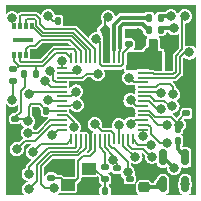
<source format=gtl>
G04 #@! TF.GenerationSoftware,KiCad,Pcbnew,6.0.10-86aedd382b~118~ubuntu22.04.1*
G04 #@! TF.CreationDate,2023-02-01T12:07:48+01:00*
G04 #@! TF.ProjectId,rpcube,72706375-6265-42e6-9b69-6361645f7063,rev?*
G04 #@! TF.SameCoordinates,Original*
G04 #@! TF.FileFunction,Copper,L1,Top*
G04 #@! TF.FilePolarity,Positive*
%FSLAX46Y46*%
G04 Gerber Fmt 4.6, Leading zero omitted, Abs format (unit mm)*
G04 Created by KiCad (PCBNEW 6.0.10-86aedd382b~118~ubuntu22.04.1) date 2023-02-01 12:07:48*
%MOMM*%
%LPD*%
G01*
G04 APERTURE LIST*
G04 Aperture macros list*
%AMRoundRect*
0 Rectangle with rounded corners*
0 $1 Rounding radius*
0 $2 $3 $4 $5 $6 $7 $8 $9 X,Y pos of 4 corners*
0 Add a 4 corners polygon primitive as box body*
4,1,4,$2,$3,$4,$5,$6,$7,$8,$9,$2,$3,0*
0 Add four circle primitives for the rounded corners*
1,1,$1+$1,$2,$3*
1,1,$1+$1,$4,$5*
1,1,$1+$1,$6,$7*
1,1,$1+$1,$8,$9*
0 Add four rect primitives between the rounded corners*
20,1,$1+$1,$2,$3,$4,$5,0*
20,1,$1+$1,$4,$5,$6,$7,0*
20,1,$1+$1,$6,$7,$8,$9,0*
20,1,$1+$1,$8,$9,$2,$3,0*%
G04 Aperture macros list end*
G04 #@! TA.AperFunction,SMDPad,CuDef*
%ADD10RoundRect,0.140000X0.219203X0.021213X0.021213X0.219203X-0.219203X-0.021213X-0.021213X-0.219203X0*%
G04 #@! TD*
G04 #@! TA.AperFunction,SMDPad,CuDef*
%ADD11RoundRect,0.135000X-0.135000X-0.185000X0.135000X-0.185000X0.135000X0.185000X-0.135000X0.185000X0*%
G04 #@! TD*
G04 #@! TA.AperFunction,SMDPad,CuDef*
%ADD12RoundRect,0.140000X-0.170000X0.140000X-0.170000X-0.140000X0.170000X-0.140000X0.170000X0.140000X0*%
G04 #@! TD*
G04 #@! TA.AperFunction,SMDPad,CuDef*
%ADD13RoundRect,0.135000X-0.185000X0.135000X-0.185000X-0.135000X0.185000X-0.135000X0.185000X0.135000X0*%
G04 #@! TD*
G04 #@! TA.AperFunction,SMDPad,CuDef*
%ADD14RoundRect,0.140000X0.140000X0.170000X-0.140000X0.170000X-0.140000X-0.170000X0.140000X-0.170000X0*%
G04 #@! TD*
G04 #@! TA.AperFunction,SMDPad,CuDef*
%ADD15RoundRect,0.140000X0.170000X-0.140000X0.170000X0.140000X-0.170000X0.140000X-0.170000X-0.140000X0*%
G04 #@! TD*
G04 #@! TA.AperFunction,SMDPad,CuDef*
%ADD16RoundRect,0.150000X0.150000X-0.512500X0.150000X0.512500X-0.150000X0.512500X-0.150000X-0.512500X0*%
G04 #@! TD*
G04 #@! TA.AperFunction,SMDPad,CuDef*
%ADD17RoundRect,0.140000X-0.140000X-0.170000X0.140000X-0.170000X0.140000X0.170000X-0.140000X0.170000X0*%
G04 #@! TD*
G04 #@! TA.AperFunction,SMDPad,CuDef*
%ADD18R,1.150000X1.000000*%
G04 #@! TD*
G04 #@! TA.AperFunction,SMDPad,CuDef*
%ADD19RoundRect,0.050000X-0.387500X-0.050000X0.387500X-0.050000X0.387500X0.050000X-0.387500X0.050000X0*%
G04 #@! TD*
G04 #@! TA.AperFunction,SMDPad,CuDef*
%ADD20RoundRect,0.050000X-0.050000X-0.387500X0.050000X-0.387500X0.050000X0.387500X-0.050000X0.387500X0*%
G04 #@! TD*
G04 #@! TA.AperFunction,SMDPad,CuDef*
%ADD21RoundRect,0.137160X-1.386840X-1.386840X1.386840X-1.386840X1.386840X1.386840X-1.386840X1.386840X0*%
G04 #@! TD*
G04 #@! TA.AperFunction,SMDPad,CuDef*
%ADD22RoundRect,0.225000X0.250000X-0.225000X0.250000X0.225000X-0.250000X0.225000X-0.250000X-0.225000X0*%
G04 #@! TD*
G04 #@! TA.AperFunction,SMDPad,CuDef*
%ADD23RoundRect,0.135000X0.135000X0.185000X-0.135000X0.185000X-0.135000X-0.185000X0.135000X-0.185000X0*%
G04 #@! TD*
G04 #@! TA.AperFunction,SMDPad,CuDef*
%ADD24R,0.300000X0.600000*%
G04 #@! TD*
G04 #@! TA.AperFunction,SMDPad,CuDef*
%ADD25R,1.700000X0.300000*%
G04 #@! TD*
G04 #@! TA.AperFunction,ViaPad*
%ADD26C,0.800000*%
G04 #@! TD*
G04 #@! TA.AperFunction,Conductor*
%ADD27C,0.127000*%
G04 #@! TD*
G04 #@! TA.AperFunction,Conductor*
%ADD28C,0.300000*%
G04 #@! TD*
G04 #@! TA.AperFunction,Conductor*
%ADD29C,0.350000*%
G04 #@! TD*
G04 APERTURE END LIST*
D10*
X84667411Y-61553411D03*
X83988589Y-60874589D03*
D11*
X77848999Y-65315633D03*
X78868999Y-65315633D03*
D12*
X77089000Y-69116000D03*
X77089000Y-70076000D03*
D13*
X76869593Y-64883468D03*
X76869593Y-65903468D03*
D14*
X88773000Y-62738000D03*
X87813000Y-62738000D03*
D15*
X86731618Y-62796954D03*
X86731618Y-61836954D03*
D16*
X89601000Y-74670500D03*
X90551000Y-74670500D03*
X91501000Y-74670500D03*
X91501000Y-72395500D03*
X89601000Y-72395500D03*
D17*
X89182000Y-63754000D03*
X90142000Y-63754000D03*
D15*
X91567000Y-68679000D03*
X91567000Y-67719000D03*
D12*
X85725000Y-73335000D03*
X85725000Y-74295000D03*
D14*
X79728000Y-68453000D03*
X78768000Y-68453000D03*
D15*
X80137000Y-74140000D03*
X80137000Y-73180000D03*
D18*
X83298000Y-73341000D03*
X81548000Y-73341000D03*
X81548000Y-74741000D03*
X83298000Y-74741000D03*
D17*
X89182000Y-64770000D03*
X90142000Y-64770000D03*
X90833000Y-70993000D03*
X91793000Y-70993000D03*
D19*
X81017500Y-64837000D03*
X81017500Y-65237000D03*
X81017500Y-65637000D03*
X81017500Y-66037000D03*
X81017500Y-66437000D03*
X81017500Y-66837000D03*
X81017500Y-67237000D03*
X81017500Y-67637000D03*
X81017500Y-68037000D03*
X81017500Y-68437000D03*
X81017500Y-68837000D03*
X81017500Y-69237000D03*
X81017500Y-69637000D03*
X81017500Y-70037000D03*
D20*
X81855000Y-70874500D03*
X82255000Y-70874500D03*
X82655000Y-70874500D03*
X83055000Y-70874500D03*
X83455000Y-70874500D03*
X83855000Y-70874500D03*
X84255000Y-70874500D03*
X84655000Y-70874500D03*
X85055000Y-70874500D03*
X85455000Y-70874500D03*
X85855000Y-70874500D03*
X86255000Y-70874500D03*
X86655000Y-70874500D03*
X87055000Y-70874500D03*
D19*
X87892500Y-70037000D03*
X87892500Y-69637000D03*
X87892500Y-69237000D03*
X87892500Y-68837000D03*
X87892500Y-68437000D03*
X87892500Y-68037000D03*
X87892500Y-67637000D03*
X87892500Y-67237000D03*
X87892500Y-66837000D03*
X87892500Y-66437000D03*
X87892500Y-66037000D03*
X87892500Y-65637000D03*
X87892500Y-65237000D03*
X87892500Y-64837000D03*
D20*
X87055000Y-63999500D03*
X86655000Y-63999500D03*
X86255000Y-63999500D03*
X85855000Y-63999500D03*
X85455000Y-63999500D03*
X85055000Y-63999500D03*
X84655000Y-63999500D03*
X84255000Y-63999500D03*
X83855000Y-63999500D03*
X83455000Y-63999500D03*
X83055000Y-63999500D03*
X82655000Y-63999500D03*
X82255000Y-63999500D03*
X81855000Y-63999500D03*
D21*
X84455000Y-67437000D03*
D13*
X84709000Y-73243000D03*
X84709000Y-74263000D03*
D17*
X90833000Y-69977000D03*
X91793000Y-69977000D03*
D12*
X86782650Y-74196000D03*
X86782650Y-75156000D03*
D22*
X88011000Y-74943000D03*
X88011000Y-73393000D03*
D23*
X89410000Y-61595000D03*
X88390000Y-61595000D03*
D17*
X84700939Y-75263890D03*
X85660939Y-75263890D03*
D23*
X89410000Y-60579000D03*
X88390000Y-60579000D03*
D17*
X80673000Y-60833000D03*
X81633000Y-60833000D03*
D10*
X83905411Y-62315411D03*
X83226589Y-61636589D03*
D24*
X76974000Y-63734000D03*
X77474000Y-63734000D03*
X77974000Y-63734000D03*
X78474000Y-63734000D03*
X78474000Y-61234000D03*
X77974000Y-61234000D03*
X77474000Y-61234000D03*
X76974000Y-61234000D03*
D25*
X77724000Y-62484000D03*
D26*
X80772000Y-73152000D03*
X84455000Y-67437000D03*
X91856500Y-70866000D03*
X83312000Y-66548000D03*
X83298000Y-74741000D03*
X85344000Y-66548000D03*
X79515562Y-63154062D03*
X82804000Y-60706000D03*
X87520612Y-61903500D03*
X76708000Y-73660000D03*
X90424000Y-63119000D03*
X79151521Y-69219949D03*
X85344000Y-68580000D03*
X89408000Y-74676000D03*
X91450500Y-74676000D03*
X90542801Y-73298860D03*
X78156932Y-69318938D03*
X85405355Y-72580736D03*
X88393483Y-63502000D03*
X90935085Y-69629633D03*
X81026000Y-64262000D03*
X79883000Y-60452000D03*
X76808588Y-60627809D03*
X84963000Y-60543500D03*
X86607387Y-73673409D03*
X83947000Y-62357000D03*
X76845938Y-67504438D03*
X87270387Y-72372179D03*
X83820000Y-69596000D03*
X85857113Y-69679489D03*
X82296000Y-65036500D03*
X84074000Y-65313500D03*
X79996864Y-65040209D03*
X79607426Y-65960721D03*
X78232000Y-67056000D03*
X82247631Y-66823726D03*
X79850005Y-67543500D03*
X82296000Y-67945000D03*
X82055792Y-69832864D03*
X78188550Y-70317940D03*
X77216000Y-71711503D03*
X80173547Y-70536326D03*
X78570740Y-71966740D03*
X78232000Y-73787000D03*
X78233562Y-75092500D03*
X80373498Y-75028150D03*
X88650875Y-72328896D03*
X88577135Y-71332117D03*
X87884000Y-70612000D03*
X89953500Y-71161374D03*
X86855500Y-69596000D03*
X89935741Y-69647432D03*
X86855922Y-67563564D03*
X89424846Y-68274898D03*
X90400988Y-68060069D03*
X89470650Y-66911083D03*
X90458658Y-67062231D03*
X86736927Y-65653298D03*
X91845752Y-63511029D03*
X91440000Y-60452000D03*
X90274666Y-60457977D03*
X90568000Y-61468000D03*
D27*
X80947000Y-74140000D02*
X81548000Y-74741000D01*
X83439000Y-72263000D02*
X83820000Y-71882000D01*
X82423000Y-72700224D02*
X82860224Y-72263000D01*
X82860224Y-72263000D02*
X83439000Y-72263000D01*
X83820000Y-70909500D02*
X83855000Y-70874500D01*
X83820000Y-71882000D02*
X83820000Y-70909500D01*
X82423000Y-74168000D02*
X82423000Y-72700224D01*
X81548000Y-74741000D02*
X81850000Y-74741000D01*
X81850000Y-74741000D02*
X82423000Y-74168000D01*
X80264000Y-74140000D02*
X80947000Y-74140000D01*
X87813000Y-62738000D02*
X87813000Y-62195888D01*
X81548000Y-73341000D02*
X80961000Y-73341000D01*
X87813000Y-62195888D02*
X87520612Y-61903500D01*
X81633000Y-60833000D02*
X82677000Y-60833000D01*
D28*
X91856500Y-70866000D02*
X91856500Y-70040500D01*
X91856500Y-70040500D02*
X91793000Y-69977000D01*
D27*
X82677000Y-60833000D02*
X82804000Y-60706000D01*
X80961000Y-73341000D02*
X80772000Y-73152000D01*
X84709000Y-75255829D02*
X84700939Y-75263890D01*
X84709000Y-74263000D02*
X84709000Y-75255829D01*
X83787000Y-73341000D02*
X83298000Y-73341000D01*
X84709000Y-74263000D02*
X83787000Y-73341000D01*
D28*
X89413500Y-74670500D02*
X89408000Y-74676000D01*
X91456000Y-74670500D02*
X91450500Y-74676000D01*
X89601000Y-74670500D02*
X89413500Y-74670500D01*
X88011000Y-74943000D02*
X89141000Y-74943000D01*
X91501000Y-74670500D02*
X91456000Y-74670500D01*
X89141000Y-74943000D02*
X89408000Y-74676000D01*
D27*
X77889835Y-66459834D02*
X77889835Y-65356469D01*
X84655000Y-70874500D02*
X84655000Y-71492552D01*
X81017500Y-68437000D02*
X79744000Y-68437000D01*
X81017500Y-64270500D02*
X81026000Y-64262000D01*
X77089000Y-69116000D02*
X77089000Y-68999835D01*
X77568500Y-66781169D02*
X77889835Y-66459834D01*
X87895983Y-63999500D02*
X88393483Y-63502000D01*
X78460865Y-67879500D02*
X79154500Y-67879500D01*
X77568500Y-68520335D02*
X77568500Y-66781169D01*
X90243350Y-68937898D02*
X88958346Y-68937898D01*
X85725000Y-72900381D02*
X85405355Y-72580736D01*
X88457448Y-68437000D02*
X87892500Y-68437000D01*
X79744000Y-68437000D02*
X79728000Y-68453000D01*
X88958346Y-68937898D02*
X88457448Y-68437000D01*
X78232000Y-68797635D02*
X78224500Y-68790135D01*
D28*
X90504360Y-73298860D02*
X89601000Y-72395500D01*
D27*
X77089000Y-68999835D02*
X77568500Y-68520335D01*
X80673000Y-60833000D02*
X80264000Y-60833000D01*
X90935085Y-69211915D02*
X91468000Y-68679000D01*
X77889835Y-65356469D02*
X77848999Y-65315633D01*
X84667411Y-61553411D02*
X84667411Y-60839089D01*
X84667411Y-60839089D02*
X84963000Y-60543500D01*
X85725000Y-73335000D02*
X85725000Y-72900381D01*
X78232000Y-69243870D02*
X78232000Y-68797635D01*
X90935085Y-69629633D02*
X90243350Y-68937898D01*
X80264000Y-60833000D02*
X79883000Y-60452000D01*
X78224500Y-68790135D02*
X78224500Y-68115865D01*
X78224500Y-68115865D02*
X78460865Y-67879500D01*
X85405355Y-72242907D02*
X85405355Y-72580736D01*
X78156932Y-69318938D02*
X77953994Y-69116000D01*
D28*
X90542801Y-73298860D02*
X90504360Y-73298860D01*
D27*
X90935085Y-69629633D02*
X90935085Y-69211915D01*
X78156932Y-69318938D02*
X78232000Y-69243870D01*
X81017500Y-64837000D02*
X81017500Y-64270500D01*
X87055000Y-63999500D02*
X87895983Y-63999500D01*
X77953994Y-69116000D02*
X77089000Y-69116000D01*
X84655000Y-71492552D02*
X85405355Y-72242907D01*
X79154500Y-67879500D02*
X79728000Y-68453000D01*
X85471000Y-71628000D02*
X86607387Y-72764387D01*
X86731618Y-62796954D02*
X86731618Y-63012515D01*
X84255000Y-62665000D02*
X83905411Y-62315411D01*
X84255000Y-63999500D02*
X84255000Y-62665000D01*
X86782650Y-74196000D02*
X86782650Y-73848672D01*
X84475144Y-64700500D02*
X84255000Y-64480356D01*
X86255000Y-63999500D02*
X86255000Y-64480356D01*
X86306000Y-63508448D02*
X86255000Y-63559448D01*
X86782650Y-73848672D02*
X86607387Y-73673409D01*
X86731618Y-63012515D02*
X86306000Y-63438133D01*
X85055000Y-71355356D02*
X85327644Y-71628000D01*
X86034856Y-64700500D02*
X84475144Y-64700500D01*
X85055000Y-70874500D02*
X85055000Y-71355356D01*
X84255000Y-64480356D02*
X84255000Y-63999500D01*
X86255000Y-64480356D02*
X86034856Y-64700500D01*
X86255000Y-63559448D02*
X86255000Y-63999500D01*
X85327644Y-71628000D02*
X85471000Y-71628000D01*
X86607387Y-72764387D02*
X86607387Y-73673409D01*
X86306000Y-63438133D02*
X86306000Y-63508448D01*
X76869593Y-65903468D02*
X76869593Y-67480783D01*
X76869593Y-67480783D02*
X76845938Y-67504438D01*
X86255000Y-71417804D02*
X86255000Y-70874500D01*
X87209375Y-72372179D02*
X86255000Y-71417804D01*
X87270387Y-72372179D02*
X87209375Y-72372179D01*
X84397500Y-70173500D02*
X85234856Y-70173500D01*
X85455000Y-70393644D02*
X85455000Y-70874500D01*
X83820000Y-69596000D02*
X84397500Y-70173500D01*
X85234856Y-70173500D02*
X85455000Y-70393644D01*
X85855000Y-69681602D02*
X85855000Y-70874500D01*
X85857113Y-69679489D02*
X85855000Y-69681602D01*
X81017500Y-65237000D02*
X81902085Y-65237000D01*
X81902085Y-65237000D02*
X82095500Y-65237000D01*
X82095500Y-65237000D02*
X82296000Y-65036500D01*
X83127500Y-65313500D02*
X84074000Y-65313500D01*
X81017500Y-65637000D02*
X81958169Y-65637000D01*
X82741000Y-65700000D02*
X83127500Y-65313500D01*
X81958169Y-65637000D02*
X82021169Y-65700000D01*
X82021169Y-65700000D02*
X82741000Y-65700000D01*
X80536644Y-66037000D02*
X81017500Y-66037000D01*
X80316500Y-65359845D02*
X80316500Y-65816856D01*
X79996864Y-65040209D02*
X80316500Y-65359845D01*
X80316500Y-65816856D02*
X80536644Y-66037000D01*
X81017500Y-66437000D02*
X80083705Y-66437000D01*
X80083705Y-66437000D02*
X79607426Y-65960721D01*
X78451000Y-66837000D02*
X81017500Y-66837000D01*
X78232000Y-67056000D02*
X78451000Y-66837000D01*
X82247631Y-66823726D02*
X81834357Y-67237000D01*
X81834357Y-67237000D02*
X81017500Y-67237000D01*
X79850005Y-67543500D02*
X79943505Y-67637000D01*
X79943505Y-67637000D02*
X81017500Y-67637000D01*
X81806701Y-67945000D02*
X81714701Y-68037000D01*
X82296000Y-67945000D02*
X81806701Y-67945000D01*
X81714701Y-68037000D02*
X81017500Y-68037000D01*
X81498356Y-68837000D02*
X81017500Y-68837000D01*
X82055792Y-69394436D02*
X81498356Y-68837000D01*
X82055792Y-69832864D02*
X82055792Y-69394436D01*
X78991861Y-70317940D02*
X80072801Y-69237000D01*
X80072801Y-69237000D02*
X81017500Y-69237000D01*
X78188550Y-70317940D02*
X78991861Y-70317940D01*
X77934503Y-70993000D02*
X78779249Y-70993000D01*
X78779249Y-70993000D02*
X80135249Y-69637000D01*
X80135249Y-69637000D02*
X81017500Y-69637000D01*
X77216000Y-71711503D02*
X77934503Y-70993000D01*
X80672873Y-70037000D02*
X81017500Y-70037000D01*
X80173547Y-70536326D02*
X80672873Y-70037000D01*
X78570740Y-71966740D02*
X79290480Y-71247000D01*
X81482500Y-71247000D02*
X81855000Y-70874500D01*
X79290480Y-71247000D02*
X81482500Y-71247000D01*
X81619448Y-71575500D02*
X81617948Y-71574000D01*
X78232000Y-73243104D02*
X78232000Y-73787000D01*
X82160380Y-71575500D02*
X81619448Y-71575500D01*
X82255000Y-71480880D02*
X82160380Y-71575500D01*
X79901104Y-71574000D02*
X78232000Y-73243104D01*
X81617948Y-71574000D02*
X79901104Y-71574000D01*
X82255000Y-70874500D02*
X82255000Y-71480880D01*
X80036552Y-71901000D02*
X81482500Y-71901000D01*
X81484000Y-71902500D02*
X82295828Y-71902500D01*
X82655000Y-71543328D02*
X82655000Y-70874500D01*
X81482500Y-71901000D02*
X81484000Y-71902500D01*
X78233562Y-75092500D02*
X78921000Y-74405062D01*
X78921000Y-73016552D02*
X80036552Y-71901000D01*
X82295828Y-71902500D02*
X82655000Y-71543328D01*
X78921000Y-74405062D02*
X78921000Y-73016552D01*
X81347052Y-72228000D02*
X81348552Y-72229500D01*
X83055000Y-71605776D02*
X83055000Y-70874500D01*
X79248000Y-74676000D02*
X79248000Y-73152000D01*
X80172000Y-72228000D02*
X81347052Y-72228000D01*
X80373498Y-75028150D02*
X79600150Y-75028150D01*
X82431276Y-72229500D02*
X83055000Y-71605776D01*
X79248000Y-73152000D02*
X80172000Y-72228000D01*
X79600150Y-75028150D02*
X79248000Y-74676000D01*
X81348552Y-72229500D02*
X82431276Y-72229500D01*
X86655000Y-71355356D02*
X86655000Y-70874500D01*
X88650875Y-72328896D02*
X88584896Y-72328896D01*
X88584896Y-72328896D02*
X87915117Y-71659117D01*
X87915117Y-71659117D02*
X86958761Y-71659117D01*
X86958761Y-71659117D02*
X86655000Y-71355356D01*
X88577135Y-71332117D02*
X87512617Y-71332117D01*
X87512617Y-71332117D02*
X87055000Y-70874500D01*
X87892500Y-70603500D02*
X87884000Y-70612000D01*
X87892500Y-70037000D02*
X87892500Y-70603500D01*
X88373356Y-69637000D02*
X87892500Y-69637000D01*
X89240635Y-71057286D02*
X88597953Y-70414604D01*
X89322374Y-71161374D02*
X89240635Y-71079635D01*
X89953500Y-71161374D02*
X89322374Y-71161374D01*
X88597953Y-70414604D02*
X88597953Y-69861597D01*
X88597953Y-69861597D02*
X88373356Y-69637000D01*
X89240635Y-71079635D02*
X89240635Y-71057286D01*
X86855500Y-69596000D02*
X87214500Y-69237000D01*
X87214500Y-69237000D02*
X87892500Y-69237000D01*
X89935741Y-69647432D02*
X89205432Y-69647432D01*
X89205432Y-69647432D02*
X88395000Y-68837000D01*
X88395000Y-68837000D02*
X87892500Y-68837000D01*
X87329358Y-68037000D02*
X86855922Y-67563564D01*
X87892500Y-68037000D02*
X87329358Y-68037000D01*
X88435474Y-67637000D02*
X87892500Y-67637000D01*
X89424846Y-68274898D02*
X89073372Y-68274898D01*
X89073372Y-68274898D02*
X88435474Y-67637000D01*
X90088346Y-68060069D02*
X90088346Y-68000067D01*
X88836500Y-67564000D02*
X88509500Y-67237000D01*
X88509500Y-67237000D02*
X87892500Y-67237000D01*
X89699677Y-67611398D02*
X88872320Y-67611398D01*
X90088346Y-68000067D02*
X89699677Y-67611398D01*
X88836500Y-67575578D02*
X88836500Y-67564000D01*
X90400988Y-68060069D02*
X90088346Y-68060069D01*
X88872320Y-67611398D02*
X88836500Y-67575578D01*
X89470650Y-66911083D02*
X89396567Y-66837000D01*
X89396567Y-66837000D02*
X87892500Y-66837000D01*
X89260169Y-66184000D02*
X90187000Y-66184000D01*
X89007169Y-66437000D02*
X89260169Y-66184000D01*
X90424000Y-67027573D02*
X90458658Y-67062231D01*
X87892500Y-66437000D02*
X89007169Y-66437000D01*
X90424000Y-66421000D02*
X90424000Y-67027573D01*
X90187000Y-66184000D02*
X90424000Y-66421000D01*
X87892500Y-66037000D02*
X87120629Y-66037000D01*
X87120629Y-66037000D02*
X86736927Y-65653298D01*
X87926000Y-65670500D02*
X87892500Y-65637000D01*
X91012500Y-63931279D02*
X91012500Y-65278948D01*
X91432750Y-63511029D02*
X91012500Y-63931279D01*
X90620948Y-65670500D02*
X87926000Y-65670500D01*
X91012500Y-65278948D02*
X90620948Y-65670500D01*
X91845752Y-63511029D02*
X91432750Y-63511029D01*
X88768365Y-65237000D02*
X88874865Y-65343500D01*
X91240153Y-63241178D02*
X91240153Y-60651847D01*
X90685500Y-65143500D02*
X90685500Y-63782500D01*
X91240153Y-60651847D02*
X91440000Y-60452000D01*
X90485500Y-65343500D02*
X90685500Y-65143500D01*
X88874865Y-65343500D02*
X90485500Y-65343500D01*
X90698831Y-63782500D02*
X91240153Y-63241178D01*
X90685500Y-63782500D02*
X90698831Y-63782500D01*
X87892500Y-65237000D02*
X88768365Y-65237000D01*
D28*
X89531023Y-60457977D02*
X89410000Y-60579000D01*
X90274666Y-60457977D02*
X89531023Y-60457977D01*
X89537000Y-61468000D02*
X89410000Y-61595000D01*
X90568000Y-61468000D02*
X89537000Y-61468000D01*
D27*
X81428500Y-63573000D02*
X81855000Y-63999500D01*
X78868999Y-64644999D02*
X78848500Y-64624500D01*
X78868999Y-65315633D02*
X78868999Y-64644999D01*
X79474948Y-64624500D02*
X80526448Y-63573000D01*
X77370052Y-64624500D02*
X78848500Y-64624500D01*
X76869593Y-64883468D02*
X77111084Y-64883468D01*
X76974000Y-64228448D02*
X77370052Y-64624500D01*
X76974000Y-63734000D02*
X76974000Y-64228448D01*
X77111084Y-64883468D02*
X77370052Y-64624500D01*
X78848500Y-64624500D02*
X79474948Y-64624500D01*
X80526448Y-63573000D02*
X81428500Y-63573000D01*
X84709000Y-72009000D02*
X84255000Y-71555000D01*
X84255000Y-71555000D02*
X84255000Y-70874500D01*
X84709000Y-73243000D02*
X84709000Y-72009000D01*
X82655000Y-63999500D02*
X82655000Y-63396552D01*
X82655000Y-63396552D02*
X81735948Y-62477500D01*
X78232000Y-62992000D02*
X77974000Y-63250000D01*
X77974000Y-63250000D02*
X77974000Y-63734000D01*
X81735948Y-62477500D02*
X79254500Y-62477500D01*
X79254500Y-62477500D02*
X78740000Y-62992000D01*
X78740000Y-62992000D02*
X78232000Y-62992000D01*
X77560500Y-64297500D02*
X77474000Y-64211000D01*
X79339500Y-64297500D02*
X77560500Y-64297500D01*
X82255000Y-63459000D02*
X82042000Y-63246000D01*
X77474000Y-64211000D02*
X77474000Y-63734000D01*
X80391000Y-63246000D02*
X79339500Y-64297500D01*
X82042000Y-63246000D02*
X80391000Y-63246000D01*
X82255000Y-63999500D02*
X82255000Y-63459000D01*
X79214500Y-61102831D02*
X79608169Y-61496500D01*
X77597000Y-60325000D02*
X78867000Y-60325000D01*
X77474000Y-60448000D02*
X77597000Y-60325000D01*
X77474000Y-61234000D02*
X77474000Y-60448000D01*
X79608169Y-61496500D02*
X82142292Y-61496500D01*
X83855000Y-63209208D02*
X83855000Y-63999500D01*
X78867000Y-60325000D02*
X79214500Y-60672500D01*
X82142292Y-61496500D02*
X83855000Y-63209208D01*
X79214500Y-60672500D02*
X79214500Y-61102831D01*
X83455000Y-63271656D02*
X83455000Y-63999500D01*
X82006844Y-61823500D02*
X83455000Y-63271656D01*
X78887500Y-61238279D02*
X79472721Y-61823500D01*
X78105000Y-60652000D02*
X78731552Y-60652000D01*
X78887500Y-60807948D02*
X78887500Y-61238279D01*
X77974000Y-61234000D02*
X77974000Y-60783000D01*
X77974000Y-60783000D02*
X78105000Y-60652000D01*
X79472721Y-61823500D02*
X82006844Y-61823500D01*
X78731552Y-60652000D02*
X78887500Y-60807948D01*
X81871396Y-62150500D02*
X79337273Y-62150500D01*
X83055000Y-63999500D02*
X83055000Y-63334104D01*
X79337273Y-62150500D02*
X78474000Y-61287227D01*
X78474000Y-61287227D02*
X78474000Y-61234000D01*
X83055000Y-63334104D02*
X81871396Y-62150500D01*
D28*
X90833000Y-71727500D02*
X91501000Y-72395500D01*
X90833000Y-70993000D02*
X90833000Y-71727500D01*
D29*
X88390000Y-60579000D02*
X86026500Y-60579000D01*
X86026500Y-60579000D02*
X85455000Y-61150500D01*
D27*
X85455000Y-63999500D02*
X85455000Y-63262000D01*
D29*
X85455000Y-61150500D02*
X85455000Y-63262000D01*
X86005000Y-62994000D02*
X86005000Y-63119000D01*
X87880000Y-61129000D02*
X86254318Y-61129000D01*
D27*
X85979000Y-63145000D02*
X86005000Y-63119000D01*
X85855000Y-63999500D02*
X85855000Y-63497000D01*
X85855000Y-63497000D02*
X85979000Y-63373000D01*
D29*
X88390000Y-61595000D02*
X88346000Y-61595000D01*
X86005000Y-61378318D02*
X86005000Y-62994000D01*
X86254318Y-61129000D02*
X86005000Y-61378318D01*
X88346000Y-61595000D02*
X87880000Y-61129000D01*
D27*
X85979000Y-63373000D02*
X85979000Y-63145000D01*
G04 #@! TA.AperFunction,Conductor*
G36*
X84753194Y-61131194D02*
G01*
X85061194Y-61439194D01*
X85079500Y-61483388D01*
X85079500Y-63293193D01*
X85094833Y-63385313D01*
X85097285Y-63389858D01*
X85097286Y-63389860D01*
X85146670Y-63481385D01*
X85151747Y-63490794D01*
X85154194Y-63495329D01*
X85152972Y-63495988D01*
X85163658Y-63541286D01*
X85154500Y-63587326D01*
X85154500Y-64374000D01*
X85136194Y-64418194D01*
X85092000Y-64436500D01*
X84618000Y-64436500D01*
X84573806Y-64418194D01*
X84555500Y-64374000D01*
X84555500Y-63587326D01*
X84540966Y-63514260D01*
X84529533Y-63497149D01*
X84519000Y-63462426D01*
X84519000Y-62697157D01*
X84520201Y-62684964D01*
X84522971Y-62671038D01*
X84524172Y-62665000D01*
X84522971Y-62658961D01*
X84510102Y-62594260D01*
X84513658Y-62558151D01*
X84530477Y-62517546D01*
X84530478Y-62517544D01*
X84532044Y-62513762D01*
X84552682Y-62357000D01*
X84532044Y-62200238D01*
X84530476Y-62196452D01*
X84473106Y-62057948D01*
X84473104Y-62057945D01*
X84471536Y-62054159D01*
X84467914Y-62049438D01*
X84467516Y-62048267D01*
X84466993Y-62047361D01*
X84467173Y-62047257D01*
X84455000Y-62011393D01*
X84455000Y-61976000D01*
X84449867Y-61968300D01*
X84229422Y-61637632D01*
X84220139Y-61590706D01*
X84237231Y-61558769D01*
X84664806Y-61131194D01*
X84709000Y-61112888D01*
X84753194Y-61131194D01*
G37*
G04 #@! TD.AperFunction*
G04 #@! TA.AperFunction,Conductor*
G36*
X89135694Y-62375306D02*
G01*
X89154000Y-62419500D01*
X89154000Y-63373000D01*
X89472500Y-63373000D01*
X89516694Y-63391306D01*
X89535000Y-63435500D01*
X89535000Y-65017000D01*
X89516694Y-65061194D01*
X89472500Y-65079500D01*
X89014043Y-65079500D01*
X88969849Y-65061194D01*
X88962171Y-65051838D01*
X88962117Y-65051784D01*
X88958698Y-65046667D01*
X88871373Y-64988317D01*
X88865337Y-64987116D01*
X88865336Y-64987116D01*
X88794367Y-64973000D01*
X88774403Y-64969029D01*
X88768365Y-64967828D01*
X88762327Y-64969029D01*
X88748401Y-64971799D01*
X88736208Y-64973000D01*
X88429574Y-64973000D01*
X88394851Y-64962467D01*
X88393404Y-64961500D01*
X88377740Y-64951034D01*
X88329916Y-64941521D01*
X88307686Y-64937099D01*
X88307685Y-64937099D01*
X88304674Y-64936500D01*
X87480326Y-64936500D01*
X87477315Y-64937099D01*
X87477314Y-64937099D01*
X87455084Y-64941521D01*
X87407260Y-64951034D01*
X87324399Y-65006399D01*
X87324131Y-65006800D01*
X87282608Y-65024000D01*
X86549500Y-65024000D01*
X86505306Y-65005694D01*
X86487000Y-64961500D01*
X86487000Y-64627291D01*
X86497533Y-64592568D01*
X86500263Y-64588483D01*
X86500264Y-64588481D01*
X86503683Y-64583364D01*
X86513387Y-64534579D01*
X86522717Y-64512053D01*
X86540966Y-64484740D01*
X86555500Y-64411674D01*
X86555500Y-63613503D01*
X86556701Y-63601311D01*
X86557688Y-63596350D01*
X86563064Y-63569317D01*
X86580169Y-63537316D01*
X86599179Y-63518306D01*
X86643373Y-63500000D01*
X88392000Y-63500000D01*
X88392000Y-62419500D01*
X88410306Y-62375306D01*
X88454500Y-62357000D01*
X89091500Y-62357000D01*
X89135694Y-62375306D01*
G37*
G04 #@! TD.AperFunction*
G04 #@! TA.AperFunction,Conductor*
G36*
X92364194Y-63936784D02*
G01*
X92382500Y-63980978D01*
X92382500Y-75556000D01*
X92364194Y-75600194D01*
X92320000Y-75618500D01*
X91828442Y-75618500D01*
X91784248Y-75600194D01*
X91765942Y-75556000D01*
X91784248Y-75511806D01*
X91800897Y-75499897D01*
X91810668Y-75495099D01*
X91857855Y-75471932D01*
X91861502Y-75468279D01*
X91936645Y-75393005D01*
X91936647Y-75393003D01*
X91940293Y-75389350D01*
X91974568Y-75319231D01*
X91989405Y-75288878D01*
X91989405Y-75288877D01*
X91991536Y-75284518D01*
X92001500Y-75216218D01*
X92001500Y-74927382D01*
X92006258Y-74903464D01*
X92033976Y-74836548D01*
X92033976Y-74836546D01*
X92035544Y-74832762D01*
X92042726Y-74778213D01*
X92055647Y-74680064D01*
X92056182Y-74676000D01*
X92055389Y-74669972D01*
X92036079Y-74523301D01*
X92036079Y-74523300D01*
X92035544Y-74519238D01*
X92028329Y-74501818D01*
X92006258Y-74448536D01*
X92001500Y-74424618D01*
X92001500Y-74124782D01*
X92000186Y-74115852D01*
X91995799Y-74086058D01*
X91991358Y-74055888D01*
X91939932Y-73951145D01*
X91936279Y-73947498D01*
X91861005Y-73872355D01*
X91861003Y-73872353D01*
X91857350Y-73868707D01*
X91824814Y-73852803D01*
X91756878Y-73819595D01*
X91756877Y-73819595D01*
X91752518Y-73817464D01*
X91747715Y-73816763D01*
X91747714Y-73816763D01*
X91727752Y-73813851D01*
X91684218Y-73807500D01*
X91317782Y-73807500D01*
X91315535Y-73807831D01*
X91315532Y-73807831D01*
X91291338Y-73811393D01*
X91248888Y-73817642D01*
X91144145Y-73869068D01*
X91140499Y-73872720D01*
X91140498Y-73872721D01*
X91065355Y-73947995D01*
X91065353Y-73947997D01*
X91061707Y-73951650D01*
X91059439Y-73956290D01*
X91012886Y-74051528D01*
X91010464Y-74056482D01*
X91000500Y-74124782D01*
X91000500Y-74254805D01*
X90987585Y-74292853D01*
X90974033Y-74310515D01*
X90925964Y-74373159D01*
X90924397Y-74376942D01*
X90871928Y-74503614D01*
X90865456Y-74519238D01*
X90864921Y-74523300D01*
X90864921Y-74523301D01*
X90845612Y-74669972D01*
X90844818Y-74676000D01*
X90845353Y-74680064D01*
X90858275Y-74778213D01*
X90865456Y-74832762D01*
X90867024Y-74836547D01*
X90867024Y-74836548D01*
X90893527Y-74900531D01*
X90925964Y-74978841D01*
X90949216Y-75009143D01*
X90987585Y-75059147D01*
X91000500Y-75097195D01*
X91000500Y-75216218D01*
X91010642Y-75285112D01*
X91062068Y-75389855D01*
X91065720Y-75393501D01*
X91065721Y-75393502D01*
X91140995Y-75468645D01*
X91140997Y-75468647D01*
X91144650Y-75472293D01*
X91149290Y-75474561D01*
X91201024Y-75499849D01*
X91232690Y-75535703D01*
X91229728Y-75583447D01*
X91193874Y-75615113D01*
X91173577Y-75618500D01*
X89928442Y-75618500D01*
X89884248Y-75600194D01*
X89865942Y-75556000D01*
X89884248Y-75511806D01*
X89900897Y-75499897D01*
X89910668Y-75495099D01*
X89957855Y-75471932D01*
X89961502Y-75468279D01*
X90036645Y-75393005D01*
X90036647Y-75393003D01*
X90040293Y-75389350D01*
X90074568Y-75319231D01*
X90089405Y-75288878D01*
X90089405Y-75288877D01*
X90091536Y-75284518D01*
X90101500Y-75216218D01*
X90101500Y-74124782D01*
X90100186Y-74115852D01*
X90095799Y-74086058D01*
X90091358Y-74055888D01*
X90039932Y-73951145D01*
X90036279Y-73947498D01*
X89961005Y-73872355D01*
X89961003Y-73872353D01*
X89957350Y-73868707D01*
X89924814Y-73852803D01*
X89856878Y-73819595D01*
X89856877Y-73819595D01*
X89852518Y-73817464D01*
X89847715Y-73816763D01*
X89847714Y-73816763D01*
X89827752Y-73813851D01*
X89784218Y-73807500D01*
X89417782Y-73807500D01*
X89415535Y-73807831D01*
X89415532Y-73807831D01*
X89391338Y-73811393D01*
X89348888Y-73817642D01*
X89244145Y-73869068D01*
X89240499Y-73872720D01*
X89240498Y-73872721D01*
X89165355Y-73947995D01*
X89165353Y-73947997D01*
X89161707Y-73951650D01*
X89159439Y-73956290D01*
X89112886Y-74051528D01*
X89110464Y-74056482D01*
X89100500Y-74124782D01*
X89100500Y-74127047D01*
X89100379Y-74128712D01*
X89076091Y-74173767D01*
X88982967Y-74245224D01*
X88982963Y-74245228D01*
X88979718Y-74247718D01*
X88883464Y-74373159D01*
X88881897Y-74376942D01*
X88829428Y-74503614D01*
X88822956Y-74519238D01*
X88822421Y-74523300D01*
X88822421Y-74523301D01*
X88820465Y-74538158D01*
X88796547Y-74579585D01*
X88758500Y-74592500D01*
X88712905Y-74592500D01*
X88668711Y-74574194D01*
X88657217Y-74558375D01*
X88644958Y-74534316D01*
X88609528Y-74464780D01*
X88514220Y-74369472D01*
X88456202Y-74339910D01*
X88398511Y-74310515D01*
X88398510Y-74310515D01*
X88394126Y-74308281D01*
X88389269Y-74307512D01*
X88389267Y-74307511D01*
X88296915Y-74292884D01*
X88296910Y-74292884D01*
X88294488Y-74292500D01*
X87727512Y-74292500D01*
X87725090Y-74292884D01*
X87725085Y-74292884D01*
X87632733Y-74307511D01*
X87632731Y-74307512D01*
X87627874Y-74308281D01*
X87623490Y-74310515D01*
X87623489Y-74310515D01*
X87565798Y-74339910D01*
X87507780Y-74369472D01*
X87412472Y-74464780D01*
X87389929Y-74509024D01*
X87355089Y-74577401D01*
X87351281Y-74584874D01*
X87350512Y-74589731D01*
X87350511Y-74589733D01*
X87337704Y-74670596D01*
X87335500Y-74684512D01*
X87335500Y-75201488D01*
X87335884Y-75203910D01*
X87335884Y-75203915D01*
X87350050Y-75293351D01*
X87351281Y-75301126D01*
X87353515Y-75305510D01*
X87353515Y-75305511D01*
X87363020Y-75324165D01*
X87412472Y-75421220D01*
X87503058Y-75511806D01*
X87521364Y-75556000D01*
X87503058Y-75600194D01*
X87458864Y-75618500D01*
X85228660Y-75618500D01*
X85184466Y-75600194D01*
X85166160Y-75556000D01*
X85172015Y-75529589D01*
X85172889Y-75527714D01*
X85172890Y-75527712D01*
X85174911Y-75523377D01*
X85178002Y-75499897D01*
X85181172Y-75475822D01*
X85181172Y-75475816D01*
X85181439Y-75473791D01*
X85181438Y-75053990D01*
X85174911Y-75004403D01*
X85161227Y-74975058D01*
X85126475Y-74900531D01*
X85126473Y-74900529D01*
X85124163Y-74895574D01*
X85039255Y-74810666D01*
X85034300Y-74808355D01*
X85032454Y-74807063D01*
X85006752Y-74766719D01*
X85017105Y-74720018D01*
X85041887Y-74699223D01*
X85068159Y-74686972D01*
X85084447Y-74679377D01*
X85084449Y-74679376D01*
X85089404Y-74677065D01*
X85173065Y-74593404D01*
X85177006Y-74584954D01*
X85212412Y-74509024D01*
X85223068Y-74486173D01*
X85228092Y-74448011D01*
X85229233Y-74439348D01*
X85229234Y-74439340D01*
X85229500Y-74437316D01*
X85229500Y-74088684D01*
X85229234Y-74086660D01*
X85229233Y-74086652D01*
X85223692Y-74044568D01*
X85223068Y-74039827D01*
X85186860Y-73962179D01*
X85175377Y-73937553D01*
X85175376Y-73937551D01*
X85173065Y-73932596D01*
X85089404Y-73848935D01*
X85026485Y-73819595D01*
X85005145Y-73809644D01*
X84972828Y-73774376D01*
X84974915Y-73726586D01*
X85005145Y-73696356D01*
X85084446Y-73659377D01*
X85089404Y-73657065D01*
X85145495Y-73600974D01*
X85189689Y-73582668D01*
X85233883Y-73600974D01*
X85246333Y-73618754D01*
X85269320Y-73668049D01*
X85271776Y-73673316D01*
X85356684Y-73758224D01*
X85361639Y-73760534D01*
X85361641Y-73760536D01*
X85409679Y-73782936D01*
X85465513Y-73808972D01*
X85482512Y-73811210D01*
X85513068Y-73815233D01*
X85513074Y-73815233D01*
X85515099Y-73815500D01*
X85517146Y-73815500D01*
X85725565Y-73815499D01*
X85934900Y-73815499D01*
X85936914Y-73815234D01*
X85936928Y-73815233D01*
X85964512Y-73811602D01*
X86010718Y-73823983D01*
X86030411Y-73849649D01*
X86070962Y-73947548D01*
X86082851Y-73976250D01*
X86179105Y-74101691D01*
X86182350Y-74104181D01*
X86182353Y-74104184D01*
X86247697Y-74154324D01*
X86271615Y-74195751D01*
X86272150Y-74203909D01*
X86272151Y-74292500D01*
X86272151Y-74375900D01*
X86278678Y-74425487D01*
X86280699Y-74429820D01*
X86280699Y-74429821D01*
X86327114Y-74529359D01*
X86327116Y-74529361D01*
X86329426Y-74534316D01*
X86414334Y-74619224D01*
X86419289Y-74621534D01*
X86419291Y-74621536D01*
X86450018Y-74635864D01*
X86523163Y-74669972D01*
X86538066Y-74671934D01*
X86570718Y-74676233D01*
X86570724Y-74676233D01*
X86572749Y-74676500D01*
X86574796Y-74676500D01*
X86783215Y-74676499D01*
X86992550Y-74676499D01*
X86994562Y-74676234D01*
X86994565Y-74676234D01*
X87037397Y-74670596D01*
X87037398Y-74670596D01*
X87042137Y-74669972D01*
X87049255Y-74666653D01*
X87146009Y-74621536D01*
X87146011Y-74621534D01*
X87150966Y-74619224D01*
X87235874Y-74534316D01*
X87238184Y-74529361D01*
X87238186Y-74529359D01*
X87281106Y-74437316D01*
X87286622Y-74425487D01*
X87290941Y-74392682D01*
X87292883Y-74377932D01*
X87292883Y-74377926D01*
X87293150Y-74375901D01*
X87293149Y-74016100D01*
X87286622Y-73966513D01*
X87277987Y-73947995D01*
X87238186Y-73862641D01*
X87238184Y-73862639D01*
X87235874Y-73857684D01*
X87216078Y-73837888D01*
X87197772Y-73793694D01*
X87198307Y-73785536D01*
X87212534Y-73677473D01*
X87213069Y-73673409D01*
X87207920Y-73634301D01*
X87192966Y-73520710D01*
X87192966Y-73520709D01*
X87192431Y-73516647D01*
X87177630Y-73480913D01*
X87133490Y-73374351D01*
X87131923Y-73370568D01*
X87035669Y-73245127D01*
X86910228Y-73148873D01*
X86906449Y-73147308D01*
X86902897Y-73145257D01*
X86904198Y-73143004D01*
X86876134Y-73114915D01*
X86871387Y-73091023D01*
X86871387Y-72948833D01*
X86889693Y-72904639D01*
X86933887Y-72886333D01*
X86964816Y-72894620D01*
X86967546Y-72896715D01*
X86971332Y-72898283D01*
X86971335Y-72898285D01*
X87109839Y-72955655D01*
X87109840Y-72955655D01*
X87113625Y-72957223D01*
X87117687Y-72957758D01*
X87117688Y-72957758D01*
X87266323Y-72977326D01*
X87270387Y-72977861D01*
X87274451Y-72977326D01*
X87423086Y-72957758D01*
X87423087Y-72957758D01*
X87427149Y-72957223D01*
X87430934Y-72955655D01*
X87430935Y-72955655D01*
X87569445Y-72898282D01*
X87573228Y-72896715D01*
X87698669Y-72800461D01*
X87794923Y-72675020D01*
X87811507Y-72634983D01*
X87853863Y-72532727D01*
X87853863Y-72532726D01*
X87855431Y-72528941D01*
X87857043Y-72516701D01*
X87875534Y-72376243D01*
X87876069Y-72372179D01*
X87866112Y-72296547D01*
X87855966Y-72219480D01*
X87855966Y-72219479D01*
X87855431Y-72215417D01*
X87850826Y-72204298D01*
X87804105Y-72091505D01*
X87804105Y-72043669D01*
X87837929Y-72009845D01*
X87885765Y-72009845D01*
X87906041Y-72023393D01*
X88042752Y-72160104D01*
X88061058Y-72204298D01*
X88060523Y-72212454D01*
X88045193Y-72328896D01*
X88045728Y-72332960D01*
X88060902Y-72448215D01*
X88065831Y-72485658D01*
X88067399Y-72489443D01*
X88067399Y-72489444D01*
X88120571Y-72617812D01*
X88126339Y-72631737D01*
X88222593Y-72757178D01*
X88348034Y-72853432D01*
X88351817Y-72854999D01*
X88490327Y-72912372D01*
X88490328Y-72912372D01*
X88494113Y-72913940D01*
X88498175Y-72914475D01*
X88498176Y-72914475D01*
X88646811Y-72934043D01*
X88650875Y-72934578D01*
X88654939Y-72934043D01*
X88803574Y-72914475D01*
X88803575Y-72914475D01*
X88807637Y-72913940D01*
X88811422Y-72912372D01*
X88811423Y-72912372D01*
X88949933Y-72854999D01*
X88953716Y-72853432D01*
X88999952Y-72817954D01*
X89046158Y-72805574D01*
X89087585Y-72829491D01*
X89100500Y-72867539D01*
X89100500Y-72941218D01*
X89110642Y-73010112D01*
X89162068Y-73114855D01*
X89165720Y-73118501D01*
X89165721Y-73118502D01*
X89240995Y-73193645D01*
X89240997Y-73193647D01*
X89244650Y-73197293D01*
X89249290Y-73199561D01*
X89344738Y-73246217D01*
X89349482Y-73248536D01*
X89354285Y-73249237D01*
X89354286Y-73249237D01*
X89365357Y-73250852D01*
X89417782Y-73258500D01*
X89784218Y-73258500D01*
X89786465Y-73258169D01*
X89786468Y-73258169D01*
X89848311Y-73249065D01*
X89848312Y-73249065D01*
X89853112Y-73248358D01*
X89856873Y-73246511D01*
X89904242Y-73250852D01*
X89934838Y-73287623D01*
X89936555Y-73298934D01*
X89937119Y-73298860D01*
X89947058Y-73374351D01*
X89957757Y-73455622D01*
X90018265Y-73601701D01*
X90114519Y-73727142D01*
X90239960Y-73823396D01*
X90243743Y-73824963D01*
X90382253Y-73882336D01*
X90382254Y-73882336D01*
X90386039Y-73883904D01*
X90390101Y-73884439D01*
X90390102Y-73884439D01*
X90538737Y-73904007D01*
X90542801Y-73904542D01*
X90546865Y-73904007D01*
X90695500Y-73884439D01*
X90695501Y-73884439D01*
X90699563Y-73883904D01*
X90703348Y-73882336D01*
X90703349Y-73882336D01*
X90841859Y-73824963D01*
X90845642Y-73823396D01*
X90971083Y-73727142D01*
X91067337Y-73601701D01*
X91127845Y-73455622D01*
X91138545Y-73374351D01*
X91147948Y-73302924D01*
X91148483Y-73298860D01*
X91148370Y-73298004D01*
X91166254Y-73254829D01*
X91210448Y-73236523D01*
X91237896Y-73242873D01*
X91245119Y-73246404D01*
X91245123Y-73246405D01*
X91249482Y-73248536D01*
X91254285Y-73249237D01*
X91254286Y-73249237D01*
X91265357Y-73250852D01*
X91317782Y-73258500D01*
X91684218Y-73258500D01*
X91686465Y-73258169D01*
X91686468Y-73258169D01*
X91713781Y-73254148D01*
X91753112Y-73248358D01*
X91857855Y-73196932D01*
X91861502Y-73193279D01*
X91936645Y-73118005D01*
X91936647Y-73118003D01*
X91940293Y-73114350D01*
X91968787Y-73056058D01*
X91989405Y-73013878D01*
X91989405Y-73013877D01*
X91991536Y-73009518D01*
X92001500Y-72941218D01*
X92001500Y-71849782D01*
X91991358Y-71780888D01*
X91939932Y-71676145D01*
X91936279Y-71672498D01*
X91861005Y-71597355D01*
X91861003Y-71597353D01*
X91857350Y-71593707D01*
X91826325Y-71578542D01*
X91756878Y-71544595D01*
X91756877Y-71544595D01*
X91752518Y-71542464D01*
X91747715Y-71541763D01*
X91747714Y-71541763D01*
X91725058Y-71538458D01*
X91684218Y-71532500D01*
X91317782Y-71532500D01*
X91315535Y-71532831D01*
X91315532Y-71532831D01*
X91255103Y-71541727D01*
X91208714Y-71530052D01*
X91184166Y-71488996D01*
X91183500Y-71479893D01*
X91183500Y-71459928D01*
X91201806Y-71415734D01*
X91256224Y-71361316D01*
X91258534Y-71356361D01*
X91258536Y-71356359D01*
X91292640Y-71283221D01*
X91306972Y-71252487D01*
X91313500Y-71202901D01*
X91313499Y-70783100D01*
X91311860Y-70770643D01*
X91307596Y-70738253D01*
X91307596Y-70738252D01*
X91306972Y-70733513D01*
X91289887Y-70696874D01*
X91258536Y-70629641D01*
X91258534Y-70629639D01*
X91256224Y-70624684D01*
X91171316Y-70539776D01*
X91166361Y-70537465D01*
X91164548Y-70536196D01*
X91138847Y-70495852D01*
X91149202Y-70449150D01*
X91164548Y-70433804D01*
X91166361Y-70432535D01*
X91171316Y-70430224D01*
X91256224Y-70345316D01*
X91258534Y-70340361D01*
X91258536Y-70340359D01*
X91298593Y-70254455D01*
X91306972Y-70236487D01*
X91313500Y-70186901D01*
X91313500Y-70127001D01*
X91331806Y-70082807D01*
X91337952Y-70077417D01*
X91360118Y-70060408D01*
X91363367Y-70057915D01*
X91371934Y-70046751D01*
X91451201Y-69943447D01*
X91459621Y-69932474D01*
X91470268Y-69906771D01*
X91518561Y-69790181D01*
X91518561Y-69790180D01*
X91520129Y-69786395D01*
X91525287Y-69747220D01*
X91540232Y-69633697D01*
X91540767Y-69629633D01*
X91535546Y-69589972D01*
X91520664Y-69476934D01*
X91520664Y-69476933D01*
X91520129Y-69472871D01*
X91518406Y-69468710D01*
X91461188Y-69330575D01*
X91459621Y-69326792D01*
X91457129Y-69323544D01*
X91457127Y-69323541D01*
X91408407Y-69260048D01*
X91396026Y-69213842D01*
X91419943Y-69172416D01*
X91457991Y-69159500D01*
X91768359Y-69159499D01*
X91776900Y-69159499D01*
X91778912Y-69159234D01*
X91778915Y-69159234D01*
X91821747Y-69153596D01*
X91821748Y-69153596D01*
X91826487Y-69152972D01*
X91833605Y-69149653D01*
X91930359Y-69104536D01*
X91930361Y-69104534D01*
X91935316Y-69102224D01*
X92020224Y-69017316D01*
X92022534Y-69012361D01*
X92022536Y-69012359D01*
X92050321Y-68952773D01*
X92070972Y-68908487D01*
X92077500Y-68858901D01*
X92077499Y-68499100D01*
X92070972Y-68449513D01*
X92053005Y-68410983D01*
X92022536Y-68345641D01*
X92022534Y-68345639D01*
X92020224Y-68340684D01*
X91935316Y-68255776D01*
X91930361Y-68253466D01*
X91930359Y-68253464D01*
X91863344Y-68222215D01*
X91826487Y-68205028D01*
X91809488Y-68202790D01*
X91778932Y-68198767D01*
X91778926Y-68198767D01*
X91776901Y-68198500D01*
X91774854Y-68198500D01*
X91566435Y-68198501D01*
X91357100Y-68198501D01*
X91355088Y-68198766D01*
X91355085Y-68198766D01*
X91312253Y-68204404D01*
X91312252Y-68204404D01*
X91307513Y-68205028D01*
X91303179Y-68207049D01*
X91203641Y-68253464D01*
X91203639Y-68253466D01*
X91198684Y-68255776D01*
X91113776Y-68340684D01*
X91111466Y-68345639D01*
X91111464Y-68345641D01*
X91102252Y-68365397D01*
X91063028Y-68449513D01*
X91062404Y-68454253D01*
X91062404Y-68454254D01*
X91056865Y-68496329D01*
X91056500Y-68499099D01*
X91056501Y-68605507D01*
X91056501Y-68691259D01*
X91038195Y-68735453D01*
X90771148Y-69002500D01*
X90761667Y-69010279D01*
X90760791Y-69010865D01*
X90713872Y-69020185D01*
X90681887Y-69003083D01*
X90452765Y-68773961D01*
X90444993Y-68764491D01*
X90437154Y-68752759D01*
X90436633Y-68751980D01*
X90427300Y-68705064D01*
X90453875Y-68665290D01*
X90480441Y-68655291D01*
X90553687Y-68645648D01*
X90553688Y-68645648D01*
X90557750Y-68645113D01*
X90561535Y-68643545D01*
X90561536Y-68643545D01*
X90700046Y-68586172D01*
X90703829Y-68584605D01*
X90829270Y-68488351D01*
X90925524Y-68362910D01*
X90968298Y-68259644D01*
X90984464Y-68220617D01*
X90984464Y-68220616D01*
X90986032Y-68216831D01*
X90991803Y-68173000D01*
X91006135Y-68064133D01*
X91006670Y-68060069D01*
X91001249Y-68018894D01*
X90986567Y-67907370D01*
X90986567Y-67907369D01*
X90986032Y-67903307D01*
X90970775Y-67866472D01*
X90927091Y-67761011D01*
X90925524Y-67757228D01*
X90829270Y-67631787D01*
X90826025Y-67629297D01*
X90824339Y-67627611D01*
X90806033Y-67583417D01*
X90824339Y-67539223D01*
X90830486Y-67533832D01*
X90883692Y-67493006D01*
X90883695Y-67493003D01*
X90886940Y-67490513D01*
X90983194Y-67365072D01*
X91026417Y-67260723D01*
X91042134Y-67222779D01*
X91042134Y-67222778D01*
X91043702Y-67218993D01*
X91054296Y-67138527D01*
X91063805Y-67066295D01*
X91064340Y-67062231D01*
X91053249Y-66977985D01*
X91044237Y-66909532D01*
X91044237Y-66909531D01*
X91043702Y-66905469D01*
X90983194Y-66759390D01*
X90886940Y-66633949D01*
X90811517Y-66576075D01*
X90764748Y-66540188D01*
X90761499Y-66537695D01*
X90726582Y-66523232D01*
X90692758Y-66489407D01*
X90688000Y-66465489D01*
X90688000Y-66453157D01*
X90689201Y-66440964D01*
X90691971Y-66427038D01*
X90693172Y-66421000D01*
X90672683Y-66317992D01*
X90661785Y-66301681D01*
X90629063Y-66252710D01*
X90629057Y-66252702D01*
X90617753Y-66235785D01*
X90617752Y-66235784D01*
X90614333Y-66230667D01*
X90597410Y-66219359D01*
X90587940Y-66211587D01*
X90502994Y-66126641D01*
X90417546Y-66041194D01*
X90399240Y-65997000D01*
X90417546Y-65952806D01*
X90461740Y-65934500D01*
X90588791Y-65934500D01*
X90600984Y-65935701D01*
X90620948Y-65939672D01*
X90646950Y-65934500D01*
X90717919Y-65920384D01*
X90717920Y-65920384D01*
X90723956Y-65919183D01*
X90811281Y-65860833D01*
X90815554Y-65854439D01*
X90822591Y-65843907D01*
X90830363Y-65834437D01*
X91176437Y-65488363D01*
X91185907Y-65480591D01*
X91197715Y-65472701D01*
X91197716Y-65472700D01*
X91202833Y-65469281D01*
X91261183Y-65381956D01*
X91276500Y-65304950D01*
X91276500Y-65304946D01*
X91281671Y-65278948D01*
X91277701Y-65258988D01*
X91276500Y-65246796D01*
X91276500Y-64066519D01*
X91294806Y-64022325D01*
X91356277Y-63960854D01*
X91400471Y-63942548D01*
X91438518Y-63955463D01*
X91539661Y-64033072D01*
X91539665Y-64033074D01*
X91542911Y-64035565D01*
X91546694Y-64037132D01*
X91685204Y-64094505D01*
X91685205Y-64094505D01*
X91688990Y-64096073D01*
X91693052Y-64096608D01*
X91693053Y-64096608D01*
X91841688Y-64116176D01*
X91845752Y-64116711D01*
X91849816Y-64116176D01*
X91998451Y-64096608D01*
X91998452Y-64096608D01*
X92002514Y-64096073D01*
X92006299Y-64094505D01*
X92006300Y-64094505D01*
X92144810Y-64037132D01*
X92148593Y-64035565D01*
X92274034Y-63939311D01*
X92276051Y-63936683D01*
X92320000Y-63918478D01*
X92364194Y-63936784D01*
G37*
G04 #@! TD.AperFunction*
G04 #@! TA.AperFunction,Conductor*
G36*
X84078189Y-74005541D02*
G01*
X84170194Y-74097546D01*
X84188500Y-74141740D01*
X84188500Y-74437316D01*
X84188766Y-74439340D01*
X84188767Y-74439348D01*
X84189908Y-74448011D01*
X84194932Y-74486173D01*
X84205588Y-74509024D01*
X84240995Y-74584954D01*
X84244935Y-74593404D01*
X84328596Y-74677065D01*
X84333551Y-74679376D01*
X84333553Y-74679377D01*
X84367390Y-74695155D01*
X84399707Y-74730423D01*
X84397620Y-74778213D01*
X84371464Y-74804370D01*
X84372058Y-74805219D01*
X84367580Y-74808354D01*
X84362623Y-74810666D01*
X84277715Y-74895574D01*
X84275405Y-74900529D01*
X84275403Y-74900531D01*
X84251657Y-74951456D01*
X84226967Y-75004403D01*
X84220439Y-75053989D01*
X84220440Y-75473790D01*
X84226967Y-75523377D01*
X84228988Y-75527710D01*
X84228989Y-75527715D01*
X84229863Y-75529589D01*
X84229921Y-75530910D01*
X84230326Y-75532301D01*
X84229986Y-75532400D01*
X84231948Y-75577379D01*
X84199629Y-75612645D01*
X84173218Y-75618500D01*
X80774689Y-75618500D01*
X80730495Y-75600194D01*
X80712189Y-75556000D01*
X80730495Y-75511806D01*
X80736641Y-75506415D01*
X80798535Y-75458922D01*
X80801780Y-75456432D01*
X80804270Y-75453187D01*
X80804273Y-75453184D01*
X80811237Y-75444108D01*
X80852663Y-75420190D01*
X80884740Y-75424413D01*
X80889652Y-75426447D01*
X80894769Y-75429867D01*
X80900805Y-75431068D01*
X80900806Y-75431068D01*
X80950239Y-75440901D01*
X80950242Y-75440901D01*
X80953252Y-75441500D01*
X82142748Y-75441500D01*
X82145758Y-75440901D01*
X82145761Y-75440901D01*
X82195195Y-75431068D01*
X82195197Y-75431067D01*
X82201231Y-75429867D01*
X82206345Y-75426450D01*
X82206347Y-75426449D01*
X82256398Y-75393005D01*
X82267552Y-75385552D01*
X82278826Y-75368680D01*
X82308449Y-75324347D01*
X82308450Y-75324345D01*
X82311867Y-75319231D01*
X82313613Y-75310456D01*
X82322901Y-75263761D01*
X82322901Y-75263758D01*
X82323500Y-75260748D01*
X82323500Y-74666740D01*
X82341806Y-74622546D01*
X82586937Y-74377415D01*
X82596407Y-74369643D01*
X82608215Y-74361753D01*
X82608216Y-74361752D01*
X82613333Y-74358333D01*
X82671683Y-74271008D01*
X82687000Y-74194002D01*
X82687000Y-74193998D01*
X82692171Y-74168000D01*
X82688201Y-74148040D01*
X82687000Y-74135848D01*
X82687000Y-74104000D01*
X82705306Y-74059806D01*
X82749500Y-74041500D01*
X83892748Y-74041500D01*
X83895758Y-74040901D01*
X83895761Y-74040901D01*
X83945195Y-74031068D01*
X83945197Y-74031067D01*
X83951231Y-74029867D01*
X83956348Y-74026448D01*
X83956350Y-74026447D01*
X83999272Y-73997768D01*
X84046188Y-73988436D01*
X84078189Y-74005541D01*
G37*
G04 #@! TD.AperFunction*
G04 #@! TA.AperFunction,Conductor*
G36*
X76380194Y-67884778D02*
G01*
X76385585Y-67890925D01*
X76415163Y-67929472D01*
X76415166Y-67929475D01*
X76417656Y-67932720D01*
X76543097Y-68028974D01*
X76546880Y-68030541D01*
X76685390Y-68087914D01*
X76685391Y-68087914D01*
X76689176Y-68089482D01*
X76693238Y-68090017D01*
X76693239Y-68090017D01*
X76841874Y-68109585D01*
X76845938Y-68110120D01*
X76850002Y-68109585D01*
X76998637Y-68090017D01*
X76998638Y-68090017D01*
X77002700Y-68089482D01*
X77006485Y-68087914D01*
X77006486Y-68087914D01*
X77144996Y-68030541D01*
X77148779Y-68028974D01*
X77152027Y-68026482D01*
X77152030Y-68026480D01*
X77203952Y-67986639D01*
X77250158Y-67974258D01*
X77291584Y-67998175D01*
X77304500Y-68036223D01*
X77304500Y-68385095D01*
X77286194Y-68429289D01*
X77098288Y-68617195D01*
X77054094Y-68635501D01*
X76879100Y-68635501D01*
X76877088Y-68635766D01*
X76877085Y-68635766D01*
X76834253Y-68641404D01*
X76834252Y-68641404D01*
X76829513Y-68642028D01*
X76825179Y-68644049D01*
X76725641Y-68690464D01*
X76725639Y-68690466D01*
X76720684Y-68692776D01*
X76635776Y-68777684D01*
X76633466Y-68782639D01*
X76633464Y-68782641D01*
X76624166Y-68802582D01*
X76585028Y-68886513D01*
X76584404Y-68891254D01*
X76581716Y-68911674D01*
X76578500Y-68936099D01*
X76578501Y-69295900D01*
X76578766Y-69297912D01*
X76578766Y-69297915D01*
X76584404Y-69340747D01*
X76585028Y-69345487D01*
X76587049Y-69349821D01*
X76633464Y-69449359D01*
X76633466Y-69449361D01*
X76635776Y-69454316D01*
X76720684Y-69539224D01*
X76725639Y-69541534D01*
X76725641Y-69541536D01*
X76776566Y-69565282D01*
X76829513Y-69589972D01*
X76844416Y-69591934D01*
X76877068Y-69596233D01*
X76877074Y-69596233D01*
X76879099Y-69596500D01*
X76881146Y-69596500D01*
X77089565Y-69596499D01*
X77298900Y-69596499D01*
X77300912Y-69596234D01*
X77300915Y-69596234D01*
X77343747Y-69590596D01*
X77343748Y-69590596D01*
X77348487Y-69589972D01*
X77355605Y-69586653D01*
X77452359Y-69541536D01*
X77452361Y-69541534D01*
X77457316Y-69539224D01*
X77490795Y-69505745D01*
X77534989Y-69487439D01*
X77579183Y-69505745D01*
X77592731Y-69526021D01*
X77621925Y-69596500D01*
X77632396Y-69621779D01*
X77728650Y-69747220D01*
X77731895Y-69749710D01*
X77731898Y-69749713D01*
X77772653Y-69780985D01*
X77796571Y-69822412D01*
X77784191Y-69868617D01*
X77772654Y-69880154D01*
X77760268Y-69889658D01*
X77757778Y-69892903D01*
X77757777Y-69892904D01*
X77745043Y-69909500D01*
X77664014Y-70015099D01*
X77662447Y-70018882D01*
X77610811Y-70143543D01*
X77603506Y-70161178D01*
X77602971Y-70165240D01*
X77602971Y-70165241D01*
X77584538Y-70305252D01*
X77582868Y-70317940D01*
X77583403Y-70322004D01*
X77585820Y-70340359D01*
X77603506Y-70474702D01*
X77605074Y-70478487D01*
X77605074Y-70478488D01*
X77662447Y-70616998D01*
X77664014Y-70620781D01*
X77666505Y-70624027D01*
X77666507Y-70624031D01*
X77745156Y-70726529D01*
X77757536Y-70772734D01*
X77743121Y-70801966D01*
X77744170Y-70802667D01*
X77732862Y-70819590D01*
X77725090Y-70829060D01*
X77441133Y-71113017D01*
X77396939Y-71131323D01*
X77380763Y-71128125D01*
X77380505Y-71129087D01*
X77376546Y-71128026D01*
X77372762Y-71126459D01*
X77368700Y-71125924D01*
X77368699Y-71125924D01*
X77220064Y-71106356D01*
X77216000Y-71105821D01*
X77211936Y-71106356D01*
X77063301Y-71125924D01*
X77063300Y-71125924D01*
X77059238Y-71126459D01*
X77055453Y-71128027D01*
X77055452Y-71128027D01*
X76921932Y-71183333D01*
X76913159Y-71186967D01*
X76787718Y-71283221D01*
X76691464Y-71408662D01*
X76689897Y-71412445D01*
X76635159Y-71544595D01*
X76630956Y-71554741D01*
X76630421Y-71558803D01*
X76630421Y-71558804D01*
X76625672Y-71594877D01*
X76610318Y-71711503D01*
X76610853Y-71715567D01*
X76629342Y-71856002D01*
X76630956Y-71868265D01*
X76632524Y-71872050D01*
X76632524Y-71872051D01*
X76679313Y-71985008D01*
X76691464Y-72014344D01*
X76787718Y-72139785D01*
X76913159Y-72236039D01*
X76916942Y-72237606D01*
X77055452Y-72294979D01*
X77055453Y-72294979D01*
X77059238Y-72296547D01*
X77063300Y-72297082D01*
X77063301Y-72297082D01*
X77211936Y-72316650D01*
X77216000Y-72317185D01*
X77220064Y-72316650D01*
X77368699Y-72297082D01*
X77368700Y-72297082D01*
X77372762Y-72296547D01*
X77376547Y-72294979D01*
X77376548Y-72294979D01*
X77515058Y-72237606D01*
X77518841Y-72236039D01*
X77644282Y-72139785D01*
X77740536Y-72014344D01*
X77752687Y-71985008D01*
X77799476Y-71872051D01*
X77799476Y-71872050D01*
X77801044Y-71868265D01*
X77802659Y-71856002D01*
X77821147Y-71715567D01*
X77821682Y-71711503D01*
X77806328Y-71594877D01*
X77801579Y-71558804D01*
X77801579Y-71558803D01*
X77801044Y-71554741D01*
X77799476Y-71550955D01*
X77798416Y-71546998D01*
X77800901Y-71546332D01*
X77800992Y-71506514D01*
X77814486Y-71486370D01*
X78025550Y-71275306D01*
X78069744Y-71257000D01*
X78407575Y-71257000D01*
X78451769Y-71275306D01*
X78470075Y-71319500D01*
X78451769Y-71363694D01*
X78421589Y-71378577D01*
X78421997Y-71380101D01*
X78418040Y-71381161D01*
X78413978Y-71381696D01*
X78410193Y-71383264D01*
X78410192Y-71383264D01*
X78271682Y-71440637D01*
X78267899Y-71442204D01*
X78142458Y-71538458D01*
X78139968Y-71541703D01*
X78137749Y-71544595D01*
X78046204Y-71663899D01*
X78044637Y-71667682D01*
X78001159Y-71772648D01*
X77985696Y-71809978D01*
X77985161Y-71814040D01*
X77985161Y-71814041D01*
X77969654Y-71931826D01*
X77965058Y-71966740D01*
X77965593Y-71970804D01*
X77981484Y-72091505D01*
X77985696Y-72123502D01*
X77987264Y-72127287D01*
X77987264Y-72127288D01*
X78035273Y-72243191D01*
X78046204Y-72269581D01*
X78142458Y-72395022D01*
X78267899Y-72491276D01*
X78271682Y-72492843D01*
X78410189Y-72550215D01*
X78410192Y-72550216D01*
X78413978Y-72551784D01*
X78417306Y-72552222D01*
X78455054Y-72581190D01*
X78461296Y-72628617D01*
X78445121Y-72656630D01*
X78298801Y-72802951D01*
X78068063Y-73033689D01*
X78058593Y-73041461D01*
X78041667Y-73052771D01*
X78026938Y-73074814D01*
X77983317Y-73140096D01*
X77982116Y-73146132D01*
X77982116Y-73146133D01*
X77977208Y-73170810D01*
X77971560Y-73199207D01*
X77968172Y-73216239D01*
X77941597Y-73256013D01*
X77936443Y-73258767D01*
X77936490Y-73258848D01*
X77932938Y-73260899D01*
X77929159Y-73262464D01*
X77813103Y-73351517D01*
X77807000Y-73356200D01*
X77803718Y-73358718D01*
X77707464Y-73484159D01*
X77705897Y-73487942D01*
X77659078Y-73600974D01*
X77646956Y-73630238D01*
X77646421Y-73634300D01*
X77646421Y-73634301D01*
X77643068Y-73659767D01*
X77626318Y-73787000D01*
X77626853Y-73791064D01*
X77646139Y-73937553D01*
X77646956Y-73943762D01*
X77648524Y-73947547D01*
X77648524Y-73947548D01*
X77669326Y-73997768D01*
X77707464Y-74089841D01*
X77803718Y-74215282D01*
X77806963Y-74217772D01*
X77819404Y-74227318D01*
X77929159Y-74311536D01*
X77932942Y-74313103D01*
X78071452Y-74370476D01*
X78071453Y-74370476D01*
X78075238Y-74372044D01*
X78079300Y-74372579D01*
X78079301Y-74372579D01*
X78119626Y-74377888D01*
X78161053Y-74401806D01*
X78173433Y-74448011D01*
X78149515Y-74489438D01*
X78119626Y-74501818D01*
X78106340Y-74503567D01*
X78080862Y-74506921D01*
X78080860Y-74506921D01*
X78076800Y-74507456D01*
X78073015Y-74509024D01*
X78073014Y-74509024D01*
X77942164Y-74563224D01*
X77930721Y-74567964D01*
X77805280Y-74664218D01*
X77709026Y-74789659D01*
X77707459Y-74793442D01*
X77665155Y-74895574D01*
X77648518Y-74935738D01*
X77627880Y-75092500D01*
X77628415Y-75096564D01*
X77642238Y-75201557D01*
X77648518Y-75249262D01*
X77650086Y-75253047D01*
X77650086Y-75253048D01*
X77675000Y-75313195D01*
X77709026Y-75395341D01*
X77711517Y-75398587D01*
X77711519Y-75398591D01*
X77803108Y-75517953D01*
X77815488Y-75564158D01*
X77791570Y-75605585D01*
X77753523Y-75618500D01*
X76336000Y-75618500D01*
X76291806Y-75600194D01*
X76273500Y-75556000D01*
X76273500Y-67928972D01*
X76291806Y-67884778D01*
X76336000Y-67866472D01*
X76380194Y-67884778D01*
G37*
G04 #@! TD.AperFunction*
G04 #@! TA.AperFunction,Conductor*
G36*
X81316561Y-72492759D02*
G01*
X81316576Y-72492609D01*
X81316586Y-72492610D01*
X81319574Y-72493056D01*
X81321045Y-72493201D01*
X81322550Y-72493500D01*
X81322551Y-72493500D01*
X81322559Y-72493501D01*
X81348552Y-72498671D01*
X81354590Y-72497470D01*
X81368512Y-72494701D01*
X81380704Y-72493500D01*
X82126689Y-72493500D01*
X82170883Y-72511806D01*
X82189189Y-72556000D01*
X82179978Y-72586362D01*
X82180093Y-72586410D01*
X82179610Y-72587576D01*
X82178655Y-72590724D01*
X82174317Y-72597216D01*
X82173116Y-72603252D01*
X82173116Y-72603253D01*
X82163394Y-72652133D01*
X82153828Y-72700224D01*
X82155029Y-72706262D01*
X82157799Y-72720188D01*
X82159000Y-72732381D01*
X82159000Y-73978000D01*
X82140694Y-74022194D01*
X82096500Y-74040500D01*
X81246740Y-74040500D01*
X81202546Y-74022194D01*
X81156415Y-73976063D01*
X81148643Y-73966593D01*
X81140753Y-73954785D01*
X81140752Y-73954784D01*
X81137333Y-73949667D01*
X81050008Y-73891317D01*
X81043972Y-73890116D01*
X81043971Y-73890116D01*
X80973002Y-73876000D01*
X80953038Y-73872029D01*
X80947000Y-73870828D01*
X80940962Y-73872029D01*
X80927036Y-73874799D01*
X80914843Y-73876000D01*
X80664695Y-73876000D01*
X80620501Y-73857694D01*
X80608051Y-73839914D01*
X80592536Y-73806641D01*
X80592534Y-73806639D01*
X80590224Y-73801684D01*
X80505316Y-73716776D01*
X80500361Y-73714466D01*
X80500359Y-73714464D01*
X80449434Y-73690718D01*
X80396487Y-73666028D01*
X80379488Y-73663790D01*
X80348932Y-73659767D01*
X80348926Y-73659767D01*
X80346901Y-73659500D01*
X80344854Y-73659500D01*
X80136435Y-73659501D01*
X79927100Y-73659501D01*
X79925088Y-73659766D01*
X79925085Y-73659766D01*
X79882253Y-73665404D01*
X79882252Y-73665404D01*
X79877513Y-73666028D01*
X79873179Y-73668049D01*
X79773641Y-73714464D01*
X79773639Y-73714466D01*
X79768684Y-73716776D01*
X79683776Y-73801684D01*
X79681466Y-73806639D01*
X79681464Y-73806641D01*
X79642539Y-73890116D01*
X79633028Y-73910513D01*
X79632664Y-73910343D01*
X79604562Y-73945358D01*
X79557011Y-73950566D01*
X79519705Y-73920625D01*
X79512000Y-73890563D01*
X79512000Y-73287240D01*
X79530306Y-73243046D01*
X80263046Y-72510306D01*
X80307240Y-72492000D01*
X81308854Y-72492000D01*
X81316561Y-72492759D01*
G37*
G04 #@! TD.AperFunction*
G04 #@! TA.AperFunction,Conductor*
G36*
X86271764Y-64934879D02*
G01*
X86281305Y-64961539D01*
X86281500Y-64961500D01*
X86282099Y-64964510D01*
X86282099Y-64964513D01*
X86296419Y-65036500D01*
X86297143Y-65040142D01*
X86315449Y-65084336D01*
X86342596Y-65127540D01*
X86350609Y-65174698D01*
X86327724Y-65210375D01*
X86311894Y-65222522D01*
X86311890Y-65222526D01*
X86308645Y-65225016D01*
X86212391Y-65350457D01*
X86210824Y-65354240D01*
X86154838Y-65489403D01*
X86151883Y-65496536D01*
X86151348Y-65500598D01*
X86151348Y-65500599D01*
X86135683Y-65619587D01*
X86131245Y-65653298D01*
X86131780Y-65657362D01*
X86147377Y-65775830D01*
X86151883Y-65810060D01*
X86153451Y-65813845D01*
X86153451Y-65813846D01*
X86174330Y-65864252D01*
X86212391Y-65956139D01*
X86221469Y-65967970D01*
X86304162Y-66075737D01*
X86308645Y-66081580D01*
X86434086Y-66177834D01*
X86437869Y-66179401D01*
X86576379Y-66236774D01*
X86576380Y-66236774D01*
X86580165Y-66238342D01*
X86584227Y-66238877D01*
X86584228Y-66238877D01*
X86732863Y-66258445D01*
X86736927Y-66258980D01*
X86740991Y-66258445D01*
X86889626Y-66238877D01*
X86889627Y-66238877D01*
X86893689Y-66238342D01*
X86897475Y-66236774D01*
X86901430Y-66235714D01*
X86901922Y-66237552D01*
X86943434Y-66237556D01*
X86954232Y-66243329D01*
X86984514Y-66263562D01*
X86984515Y-66263562D01*
X87012502Y-66282263D01*
X87012504Y-66282264D01*
X87017621Y-66285683D01*
X87094627Y-66301000D01*
X87120629Y-66306172D01*
X87140593Y-66302201D01*
X87152786Y-66301000D01*
X87192000Y-66301000D01*
X87236194Y-66319306D01*
X87254500Y-66363500D01*
X87254500Y-66511674D01*
X87255099Y-66514685D01*
X87255099Y-66514686D01*
X87266239Y-66570687D01*
X87269034Y-66584740D01*
X87280753Y-66602280D01*
X87290084Y-66649194D01*
X87280754Y-66671719D01*
X87269034Y-66689260D01*
X87254500Y-66762326D01*
X87254500Y-66911674D01*
X87255099Y-66914685D01*
X87255099Y-66914686D01*
X87269034Y-66984740D01*
X87266021Y-66985339D01*
X87266016Y-67022167D01*
X87232187Y-67055988D01*
X87184352Y-67055981D01*
X87170229Y-67047826D01*
X87162013Y-67041522D01*
X87158763Y-67039028D01*
X87118226Y-67022237D01*
X87016470Y-66980088D01*
X87016469Y-66980088D01*
X87012684Y-66978520D01*
X87008622Y-66977985D01*
X87008621Y-66977985D01*
X86859986Y-66958417D01*
X86855922Y-66957882D01*
X86851858Y-66958417D01*
X86703223Y-66977985D01*
X86703222Y-66977985D01*
X86699160Y-66978520D01*
X86695375Y-66980088D01*
X86695374Y-66980088D01*
X86593787Y-67022167D01*
X86553081Y-67039028D01*
X86427640Y-67135282D01*
X86331386Y-67260723D01*
X86329819Y-67264506D01*
X86286819Y-67368318D01*
X86270878Y-67406802D01*
X86270343Y-67410864D01*
X86270343Y-67410865D01*
X86253416Y-67539436D01*
X86250240Y-67563564D01*
X86250775Y-67567628D01*
X86259049Y-67630472D01*
X86270878Y-67720326D01*
X86331386Y-67866405D01*
X86427640Y-67991846D01*
X86553081Y-68088100D01*
X86556864Y-68089667D01*
X86695374Y-68147040D01*
X86695375Y-68147040D01*
X86699160Y-68148608D01*
X86703222Y-68149143D01*
X86703223Y-68149143D01*
X86851858Y-68168711D01*
X86855922Y-68169246D01*
X86859986Y-68168711D01*
X87008621Y-68149143D01*
X87008622Y-68149143D01*
X87012684Y-68148608D01*
X87016468Y-68147041D01*
X87020427Y-68145980D01*
X87021093Y-68148465D01*
X87060911Y-68148556D01*
X87081055Y-68162050D01*
X87119945Y-68200940D01*
X87127717Y-68210410D01*
X87132008Y-68216831D01*
X87139025Y-68227333D01*
X87144142Y-68230752D01*
X87144143Y-68230753D01*
X87161060Y-68242057D01*
X87161068Y-68242063D01*
X87226350Y-68285683D01*
X87225216Y-68287380D01*
X87253120Y-68315292D01*
X87256674Y-68351396D01*
X87254500Y-68362326D01*
X87254500Y-68511674D01*
X87255099Y-68514684D01*
X87255099Y-68514686D01*
X87258261Y-68530579D01*
X87269034Y-68584740D01*
X87280753Y-68602280D01*
X87290084Y-68649194D01*
X87280754Y-68671719D01*
X87269034Y-68689260D01*
X87267833Y-68695296D01*
X87267833Y-68695297D01*
X87264414Y-68712487D01*
X87254500Y-68762326D01*
X87254500Y-68908579D01*
X87236194Y-68952773D01*
X87204193Y-68969878D01*
X87117528Y-68987116D01*
X87117526Y-68987117D01*
X87111492Y-68988317D01*
X87106376Y-68991735D01*
X87106372Y-68991737D01*
X87080380Y-69009105D01*
X87033464Y-69018438D01*
X87021743Y-69014883D01*
X87012262Y-69010956D01*
X87008200Y-69010421D01*
X87008199Y-69010421D01*
X86859564Y-68990853D01*
X86855500Y-68990318D01*
X86851436Y-68990853D01*
X86702801Y-69010421D01*
X86702800Y-69010421D01*
X86698738Y-69010956D01*
X86694953Y-69012524D01*
X86694952Y-69012524D01*
X86578583Y-69060726D01*
X86552659Y-69071464D01*
X86427218Y-69167718D01*
X86424728Y-69170963D01*
X86424725Y-69170966D01*
X86372386Y-69239176D01*
X86330959Y-69263094D01*
X86284754Y-69250714D01*
X86163204Y-69157446D01*
X86163200Y-69157444D01*
X86159954Y-69154953D01*
X86156171Y-69153386D01*
X86017661Y-69096013D01*
X86017660Y-69096013D01*
X86013875Y-69094445D01*
X86009813Y-69093910D01*
X86009812Y-69093910D01*
X85861177Y-69074342D01*
X85857113Y-69073807D01*
X85853049Y-69074342D01*
X85704414Y-69093910D01*
X85704413Y-69093910D01*
X85700351Y-69094445D01*
X85696566Y-69096013D01*
X85696565Y-69096013D01*
X85558055Y-69153386D01*
X85554272Y-69154953D01*
X85428831Y-69251207D01*
X85332577Y-69376648D01*
X85331010Y-69380431D01*
X85294444Y-69468710D01*
X85272069Y-69522727D01*
X85251431Y-69679489D01*
X85251966Y-69683553D01*
X85272069Y-69836251D01*
X85269811Y-69836548D01*
X85264499Y-69876748D01*
X85222580Y-69906770D01*
X85214885Y-69908300D01*
X85202699Y-69909500D01*
X84532740Y-69909500D01*
X84488546Y-69891194D01*
X84418485Y-69821133D01*
X84400179Y-69776939D01*
X84403388Y-69760764D01*
X84402416Y-69760503D01*
X84403476Y-69756548D01*
X84405044Y-69752762D01*
X84414156Y-69683553D01*
X84425147Y-69600064D01*
X84425682Y-69596000D01*
X84424889Y-69589972D01*
X84405579Y-69443301D01*
X84405579Y-69443300D01*
X84405044Y-69439238D01*
X84381929Y-69383432D01*
X84346103Y-69296942D01*
X84344536Y-69293159D01*
X84248282Y-69167718D01*
X84122841Y-69071464D01*
X84096917Y-69060726D01*
X83980548Y-69012524D01*
X83980547Y-69012524D01*
X83976762Y-69010956D01*
X83972700Y-69010421D01*
X83972699Y-69010421D01*
X83824064Y-68990853D01*
X83820000Y-68990318D01*
X83815936Y-68990853D01*
X83667301Y-69010421D01*
X83667300Y-69010421D01*
X83663238Y-69010956D01*
X83659453Y-69012524D01*
X83659452Y-69012524D01*
X83543083Y-69060726D01*
X83517159Y-69071464D01*
X83391718Y-69167718D01*
X83295464Y-69293159D01*
X83293897Y-69296942D01*
X83258072Y-69383432D01*
X83234956Y-69439238D01*
X83234421Y-69443300D01*
X83234421Y-69443301D01*
X83215112Y-69589972D01*
X83214318Y-69596000D01*
X83214853Y-69600064D01*
X83225845Y-69683553D01*
X83234956Y-69752762D01*
X83236524Y-69756547D01*
X83236524Y-69756548D01*
X83292918Y-69892695D01*
X83295464Y-69898841D01*
X83391718Y-70024282D01*
X83517159Y-70120536D01*
X83520942Y-70122103D01*
X83647047Y-70174338D01*
X83680872Y-70208163D01*
X83680871Y-70255998D01*
X83657852Y-70284047D01*
X83624399Y-70306399D01*
X83569034Y-70389260D01*
X83554500Y-70462326D01*
X83554500Y-70884884D01*
X83553299Y-70897077D01*
X83550828Y-70909500D01*
X83552029Y-70915538D01*
X83553299Y-70921923D01*
X83554500Y-70934116D01*
X83554500Y-71286674D01*
X83555099Y-71289686D01*
X83555400Y-71292740D01*
X83555250Y-71292755D01*
X83556000Y-71300370D01*
X83556000Y-71746760D01*
X83537694Y-71790954D01*
X83347954Y-71980694D01*
X83303760Y-71999000D01*
X83186016Y-71999000D01*
X83141822Y-71980694D01*
X83123516Y-71936500D01*
X83141822Y-71892306D01*
X83218937Y-71815191D01*
X83228407Y-71807419D01*
X83240215Y-71799529D01*
X83240216Y-71799528D01*
X83245333Y-71796109D01*
X83303683Y-71708784D01*
X83311859Y-71667682D01*
X83319000Y-71631778D01*
X83322971Y-71611814D01*
X83324172Y-71605776D01*
X83320201Y-71585812D01*
X83319000Y-71573619D01*
X83319000Y-71411574D01*
X83329533Y-71376851D01*
X83337328Y-71365184D01*
X83340966Y-71359740D01*
X83354000Y-71294215D01*
X83354901Y-71289686D01*
X83354901Y-71289685D01*
X83355500Y-71286674D01*
X83355500Y-70462326D01*
X83340966Y-70389260D01*
X83285601Y-70306399D01*
X83202740Y-70251034D01*
X83143429Y-70239236D01*
X83132686Y-70237099D01*
X83132685Y-70237099D01*
X83129674Y-70236500D01*
X82980326Y-70236500D01*
X82977315Y-70237099D01*
X82977314Y-70237099D01*
X82913297Y-70249833D01*
X82913296Y-70249833D01*
X82907260Y-70251034D01*
X82889720Y-70262753D01*
X82842806Y-70272084D01*
X82820281Y-70262754D01*
X82802740Y-70251034D01*
X82796704Y-70249833D01*
X82796703Y-70249833D01*
X82732686Y-70237099D01*
X82732685Y-70237099D01*
X82729674Y-70236500D01*
X82629723Y-70236500D01*
X82585529Y-70218194D01*
X82567223Y-70174000D01*
X82577582Y-70143543D01*
X82575785Y-70142506D01*
X82577837Y-70138951D01*
X82580328Y-70135705D01*
X82583933Y-70127001D01*
X82639268Y-69993412D01*
X82639268Y-69993411D01*
X82640836Y-69989626D01*
X82650450Y-69916604D01*
X82660939Y-69836928D01*
X82661474Y-69832864D01*
X82649772Y-69743975D01*
X82641371Y-69680165D01*
X82641371Y-69680164D01*
X82640836Y-69676102D01*
X82605973Y-69591934D01*
X82581895Y-69533806D01*
X82580328Y-69530023D01*
X82484074Y-69404582D01*
X82358633Y-69308328D01*
X82316878Y-69291033D01*
X82288829Y-69268013D01*
X82275803Y-69248518D01*
X82260855Y-69226146D01*
X82260849Y-69226138D01*
X82249545Y-69209221D01*
X82249544Y-69209220D01*
X82246125Y-69204103D01*
X82229202Y-69192795D01*
X82219732Y-69185023D01*
X81707771Y-68673063D01*
X81699999Y-68663593D01*
X81696054Y-68657689D01*
X81688689Y-68646667D01*
X81683575Y-68643250D01*
X81683572Y-68643247D01*
X81670415Y-68634456D01*
X81643839Y-68594682D01*
X81643839Y-68570295D01*
X81647741Y-68550682D01*
X81655500Y-68511674D01*
X81655500Y-68367471D01*
X81673806Y-68323277D01*
X81714731Y-68306325D01*
X81714701Y-68306172D01*
X81740703Y-68301000D01*
X81740704Y-68301000D01*
X81764662Y-68296235D01*
X81811578Y-68305568D01*
X81826439Y-68319486D01*
X81856857Y-68359127D01*
X81867718Y-68373282D01*
X81993159Y-68469536D01*
X81996942Y-68471103D01*
X82135452Y-68528476D01*
X82135453Y-68528476D01*
X82139238Y-68530044D01*
X82143300Y-68530579D01*
X82143301Y-68530579D01*
X82291936Y-68550147D01*
X82296000Y-68550682D01*
X82300064Y-68550147D01*
X82448699Y-68530579D01*
X82448700Y-68530579D01*
X82452762Y-68530044D01*
X82456547Y-68528476D01*
X82456548Y-68528476D01*
X82595058Y-68471103D01*
X82598841Y-68469536D01*
X82724282Y-68373282D01*
X82820536Y-68247841D01*
X82835064Y-68212768D01*
X82879476Y-68105548D01*
X82879476Y-68105547D01*
X82881044Y-68101762D01*
X82901682Y-67945000D01*
X82881044Y-67788238D01*
X82854351Y-67723794D01*
X82822103Y-67645942D01*
X82820536Y-67642159D01*
X82724282Y-67516718D01*
X82685259Y-67486775D01*
X82602090Y-67422957D01*
X82598841Y-67420464D01*
X82597539Y-67419925D01*
X82568974Y-67382703D01*
X82575214Y-67335277D01*
X82591295Y-67316939D01*
X82672664Y-67254502D01*
X82672668Y-67254498D01*
X82675913Y-67252008D01*
X82772167Y-67126567D01*
X82775175Y-67119306D01*
X82831107Y-66984274D01*
X82831107Y-66984273D01*
X82832675Y-66980488D01*
X82833707Y-66972653D01*
X82852778Y-66827790D01*
X82853313Y-66823726D01*
X82832675Y-66666964D01*
X82827604Y-66654720D01*
X82773734Y-66524668D01*
X82772167Y-66520885D01*
X82675913Y-66395444D01*
X82550472Y-66299190D01*
X82546689Y-66297623D01*
X82408179Y-66240250D01*
X82408178Y-66240250D01*
X82404393Y-66238682D01*
X82400331Y-66238147D01*
X82400330Y-66238147D01*
X82251695Y-66218579D01*
X82247631Y-66218044D01*
X82243567Y-66218579D01*
X82094932Y-66238147D01*
X82094931Y-66238147D01*
X82090869Y-66238682D01*
X82087084Y-66240250D01*
X82087083Y-66240250D01*
X81948573Y-66297623D01*
X81944790Y-66299190D01*
X81819349Y-66395444D01*
X81816859Y-66398689D01*
X81767585Y-66462904D01*
X81726158Y-66486821D01*
X81679952Y-66474441D01*
X81656035Y-66433014D01*
X81655500Y-66424856D01*
X81655500Y-66362326D01*
X81653144Y-66350482D01*
X81642167Y-66295297D01*
X81642167Y-66295296D01*
X81640966Y-66289260D01*
X81629247Y-66271720D01*
X81619916Y-66224806D01*
X81629246Y-66202281D01*
X81640966Y-66184740D01*
X81646619Y-66156324D01*
X81654901Y-66114686D01*
X81654901Y-66114685D01*
X81655500Y-66111674D01*
X81655500Y-65963500D01*
X81673806Y-65919306D01*
X81718000Y-65901000D01*
X81827841Y-65901000D01*
X81862565Y-65911534D01*
X81918161Y-65948683D01*
X81924197Y-65949884D01*
X81924198Y-65949884D01*
X81995160Y-65963999D01*
X81995165Y-65964000D01*
X81995168Y-65964000D01*
X81995176Y-65964001D01*
X82021169Y-65969171D01*
X82027207Y-65967970D01*
X82041129Y-65965201D01*
X82053321Y-65964000D01*
X82708843Y-65964000D01*
X82721036Y-65965201D01*
X82741000Y-65969172D01*
X82767002Y-65964000D01*
X82803919Y-65956657D01*
X82837971Y-65949884D01*
X82837972Y-65949884D01*
X82844008Y-65948683D01*
X82931333Y-65890333D01*
X82942643Y-65873407D01*
X82950415Y-65863937D01*
X83218547Y-65595806D01*
X83262741Y-65577500D01*
X83491614Y-65577500D01*
X83535808Y-65595806D01*
X83544973Y-65609515D01*
X83545848Y-65609010D01*
X83547899Y-65612562D01*
X83549464Y-65616341D01*
X83645718Y-65741782D01*
X83771159Y-65838036D01*
X83774942Y-65839603D01*
X83913452Y-65896976D01*
X83913453Y-65896976D01*
X83917238Y-65898544D01*
X83921300Y-65899079D01*
X83921301Y-65899079D01*
X84069936Y-65918647D01*
X84074000Y-65919182D01*
X84078064Y-65918647D01*
X84226699Y-65899079D01*
X84226700Y-65899079D01*
X84230762Y-65898544D01*
X84234547Y-65896976D01*
X84234548Y-65896976D01*
X84373058Y-65839603D01*
X84376841Y-65838036D01*
X84502282Y-65741782D01*
X84598536Y-65616341D01*
X84614409Y-65578021D01*
X84657476Y-65474048D01*
X84657476Y-65474047D01*
X84659044Y-65470262D01*
X84679682Y-65313500D01*
X84672299Y-65257419D01*
X84659579Y-65160801D01*
X84659579Y-65160800D01*
X84659044Y-65156738D01*
X84645139Y-65123167D01*
X84615212Y-65050918D01*
X84615212Y-65003082D01*
X84649036Y-64969258D01*
X84672954Y-64964500D01*
X86002699Y-64964500D01*
X86014892Y-64965701D01*
X86034856Y-64969672D01*
X86060858Y-64964500D01*
X86075941Y-64961500D01*
X86131827Y-64950384D01*
X86131828Y-64950384D01*
X86137864Y-64949183D01*
X86185075Y-64917637D01*
X86231990Y-64908304D01*
X86271764Y-64934879D01*
G37*
G04 #@! TD.AperFunction*
G04 #@! TA.AperFunction,Conductor*
G36*
X79063454Y-68161806D02*
G01*
X79229194Y-68327546D01*
X79247500Y-68371740D01*
X79247501Y-68517698D01*
X79247501Y-68662900D01*
X79247766Y-68664912D01*
X79247766Y-68664915D01*
X79250297Y-68684145D01*
X79254028Y-68712487D01*
X79256049Y-68716821D01*
X79302464Y-68816359D01*
X79302466Y-68816361D01*
X79304776Y-68821316D01*
X79389684Y-68906224D01*
X79394639Y-68908534D01*
X79394641Y-68908536D01*
X79445566Y-68932282D01*
X79498513Y-68956972D01*
X79515512Y-68959210D01*
X79546068Y-68963233D01*
X79546074Y-68963233D01*
X79548099Y-68963500D01*
X79556390Y-68963500D01*
X79821111Y-68963499D01*
X79865304Y-68981805D01*
X79883610Y-69025999D01*
X79873074Y-69060726D01*
X79871156Y-69063596D01*
X79863386Y-69073063D01*
X78900815Y-70035634D01*
X78856621Y-70053940D01*
X78770936Y-70053940D01*
X78726742Y-70035634D01*
X78717577Y-70021925D01*
X78716702Y-70022430D01*
X78714651Y-70018878D01*
X78713086Y-70015099D01*
X78616832Y-69889658D01*
X78613587Y-69887168D01*
X78613584Y-69887165D01*
X78572829Y-69855893D01*
X78548911Y-69814466D01*
X78561291Y-69768261D01*
X78572829Y-69756723D01*
X78581966Y-69749712D01*
X78585214Y-69747220D01*
X78681468Y-69621779D01*
X78693830Y-69591934D01*
X78740408Y-69479486D01*
X78740408Y-69479485D01*
X78741976Y-69475700D01*
X78747738Y-69431937D01*
X78762079Y-69323002D01*
X78762614Y-69318938D01*
X78750397Y-69226138D01*
X78742511Y-69166239D01*
X78742511Y-69166238D01*
X78741976Y-69162176D01*
X78737327Y-69150951D01*
X78683035Y-69019880D01*
X78681468Y-69016097D01*
X78585214Y-68890656D01*
X78581969Y-68888166D01*
X78581965Y-68888162D01*
X78524423Y-68844008D01*
X78500506Y-68802582D01*
X78500427Y-68801380D01*
X78501172Y-68797635D01*
X78489701Y-68739965D01*
X78488500Y-68727772D01*
X78488500Y-68251105D01*
X78506805Y-68206912D01*
X78551913Y-68161804D01*
X78596106Y-68143500D01*
X79019260Y-68143500D01*
X79063454Y-68161806D01*
G37*
G04 #@! TD.AperFunction*
G04 #@! TA.AperFunction,Conductor*
G36*
X90093406Y-61836806D02*
G01*
X90098796Y-61842952D01*
X90118149Y-61868173D01*
X90139718Y-61896282D01*
X90142963Y-61898772D01*
X90142964Y-61898773D01*
X90202439Y-61944409D01*
X90265159Y-61992536D01*
X90268942Y-61994103D01*
X90407452Y-62051476D01*
X90407453Y-62051476D01*
X90411238Y-62053044D01*
X90415300Y-62053579D01*
X90415301Y-62053579D01*
X90563936Y-62073147D01*
X90568000Y-62073682D01*
X90572064Y-62073147D01*
X90720699Y-62053579D01*
X90720700Y-62053579D01*
X90724762Y-62053044D01*
X90728547Y-62051476D01*
X90728548Y-62051476D01*
X90867058Y-61994103D01*
X90870841Y-61992536D01*
X90875601Y-61988883D01*
X90876532Y-61988634D01*
X90877642Y-61987993D01*
X90877814Y-61988290D01*
X90921807Y-61976499D01*
X90963235Y-62000414D01*
X90976153Y-62038465D01*
X90976153Y-63105938D01*
X90957847Y-63150132D01*
X90561740Y-63546239D01*
X90552270Y-63554011D01*
X90495167Y-63592167D01*
X90436817Y-63679492D01*
X90416328Y-63782500D01*
X90417529Y-63788538D01*
X90420299Y-63802464D01*
X90421500Y-63814657D01*
X90421500Y-65008258D01*
X90403197Y-65052450D01*
X90394456Y-65061192D01*
X90350259Y-65079500D01*
X89803000Y-65079500D01*
X89758806Y-65061194D01*
X89740500Y-65017000D01*
X89740500Y-63435500D01*
X89739901Y-63432487D01*
X89725456Y-63359867D01*
X89725455Y-63359863D01*
X89724857Y-63356858D01*
X89706551Y-63312664D01*
X89673442Y-63259971D01*
X89673201Y-63259588D01*
X89673200Y-63259587D01*
X89669924Y-63254373D01*
X89595336Y-63201449D01*
X89592094Y-63200106D01*
X89592092Y-63200105D01*
X89562399Y-63187806D01*
X89551142Y-63183143D01*
X89548137Y-63182545D01*
X89548133Y-63182544D01*
X89475513Y-63168099D01*
X89475510Y-63168099D01*
X89472500Y-63167500D01*
X89422000Y-63167500D01*
X89377806Y-63149194D01*
X89359500Y-63105000D01*
X89359500Y-62419500D01*
X89358901Y-62416487D01*
X89344456Y-62343867D01*
X89344455Y-62343863D01*
X89343857Y-62340858D01*
X89325551Y-62296664D01*
X89323752Y-62293800D01*
X89292201Y-62243588D01*
X89292200Y-62243587D01*
X89288924Y-62238373D01*
X89275673Y-62228971D01*
X89250225Y-62188468D01*
X89260870Y-62141832D01*
X89301374Y-62116383D01*
X89311842Y-62115500D01*
X89584316Y-62115500D01*
X89586340Y-62115234D01*
X89586348Y-62115233D01*
X89618878Y-62110950D01*
X89633173Y-62109068D01*
X89709058Y-62073682D01*
X89735447Y-62061377D01*
X89735449Y-62061376D01*
X89740404Y-62059065D01*
X89824065Y-61975404D01*
X89845836Y-61928718D01*
X89872048Y-61872505D01*
X89874068Y-61868173D01*
X89874684Y-61863493D01*
X89904609Y-61826205D01*
X89934672Y-61818500D01*
X90049212Y-61818500D01*
X90093406Y-61836806D01*
G37*
G04 #@! TD.AperFunction*
G04 #@! TA.AperFunction,Conductor*
G36*
X81644902Y-62759806D02*
G01*
X81760402Y-62875306D01*
X81778708Y-62919500D01*
X81760402Y-62963694D01*
X81716208Y-62982000D01*
X80423157Y-62982000D01*
X80410964Y-62980799D01*
X80397038Y-62978029D01*
X80391000Y-62976828D01*
X80384962Y-62978029D01*
X80364998Y-62982000D01*
X80294028Y-62996116D01*
X80294026Y-62996117D01*
X80287992Y-62997317D01*
X80282878Y-63000734D01*
X80282876Y-63000735D01*
X80265247Y-63012515D01*
X80222715Y-63040933D01*
X80222701Y-63040944D01*
X80200667Y-63055667D01*
X80197248Y-63060784D01*
X80197247Y-63060785D01*
X80189359Y-63072590D01*
X80181587Y-63082060D01*
X79709637Y-63554011D01*
X79248454Y-64015194D01*
X79204260Y-64033500D01*
X78387000Y-64033500D01*
X78342806Y-64015194D01*
X78324500Y-63971000D01*
X78324500Y-63414252D01*
X78312867Y-63355769D01*
X78309447Y-63350651D01*
X78307091Y-63344963D01*
X78310363Y-63343608D01*
X78303526Y-63308534D01*
X78320584Y-63276768D01*
X78323046Y-63274306D01*
X78367240Y-63256000D01*
X78707843Y-63256000D01*
X78720036Y-63257201D01*
X78732037Y-63259588D01*
X78740000Y-63261172D01*
X78747964Y-63259588D01*
X78766002Y-63256000D01*
X78836971Y-63241884D01*
X78836972Y-63241884D01*
X78843008Y-63240683D01*
X78930333Y-63182333D01*
X78941643Y-63165407D01*
X78949415Y-63155937D01*
X79345546Y-62759806D01*
X79389740Y-62741500D01*
X81600708Y-62741500D01*
X81644902Y-62759806D01*
G37*
G04 #@! TD.AperFunction*
G04 #@! TA.AperFunction,Conductor*
G36*
X87742769Y-61522806D02*
G01*
X87901194Y-61681231D01*
X87919500Y-61725425D01*
X87919500Y-61819316D01*
X87919766Y-61821340D01*
X87919767Y-61821348D01*
X87924050Y-61853878D01*
X87925932Y-61868173D01*
X87975935Y-61975404D01*
X88059596Y-62059065D01*
X88064551Y-62061376D01*
X88064553Y-62061377D01*
X88090942Y-62073682D01*
X88166827Y-62109068D01*
X88181122Y-62110950D01*
X88213652Y-62115233D01*
X88213660Y-62115234D01*
X88215684Y-62115500D01*
X88230767Y-62115500D01*
X88274961Y-62133806D01*
X88293267Y-62178000D01*
X88274618Y-62221294D01*
X88273373Y-62222076D01*
X88269811Y-62227096D01*
X88269810Y-62227097D01*
X88222481Y-62293800D01*
X88220449Y-62296664D01*
X88202143Y-62340858D01*
X88201545Y-62343863D01*
X88201544Y-62343867D01*
X88187099Y-62416487D01*
X88186500Y-62419500D01*
X88186500Y-62895997D01*
X88168194Y-62940191D01*
X88147918Y-62953739D01*
X88123885Y-62963694D01*
X88090642Y-62977464D01*
X87965201Y-63073718D01*
X87868947Y-63199159D01*
X87867380Y-63202942D01*
X87845436Y-63255918D01*
X87811611Y-63289743D01*
X87787694Y-63294500D01*
X87176500Y-63294500D01*
X87132306Y-63276194D01*
X87114000Y-63232000D01*
X87132306Y-63187806D01*
X87184842Y-63135270D01*
X87187152Y-63130315D01*
X87187154Y-63130313D01*
X87221691Y-63056247D01*
X87235590Y-63026441D01*
X87240849Y-62986493D01*
X87241851Y-62978886D01*
X87241851Y-62978880D01*
X87242118Y-62976855D01*
X87242117Y-62617054D01*
X87235590Y-62567467D01*
X87232271Y-62560349D01*
X87187154Y-62463595D01*
X87187152Y-62463593D01*
X87184842Y-62458638D01*
X87099934Y-62373730D01*
X87094979Y-62371420D01*
X87094977Y-62371418D01*
X87023358Y-62338022D01*
X86991105Y-62322982D01*
X86974106Y-62320744D01*
X86943550Y-62316721D01*
X86943544Y-62316721D01*
X86941519Y-62316454D01*
X86939472Y-62316454D01*
X86731053Y-62316455D01*
X86521718Y-62316455D01*
X86519706Y-62316720D01*
X86519703Y-62316720D01*
X86476871Y-62322358D01*
X86476870Y-62322358D01*
X86472131Y-62322982D01*
X86467797Y-62325003D01*
X86463207Y-62326341D01*
X86462683Y-62324543D01*
X86421624Y-62326336D01*
X86386356Y-62294019D01*
X86380500Y-62267605D01*
X86380500Y-61567000D01*
X86398806Y-61522806D01*
X86443000Y-61504500D01*
X87698575Y-61504500D01*
X87742769Y-61522806D01*
G37*
G04 #@! TD.AperFunction*
G04 #@! TA.AperFunction,Conductor*
G36*
X92364194Y-59527806D02*
G01*
X92382500Y-59572000D01*
X92382500Y-63041080D01*
X92364194Y-63085274D01*
X92320000Y-63103580D01*
X92276051Y-63085375D01*
X92274034Y-63082747D01*
X92148593Y-62986493D01*
X92137746Y-62982000D01*
X92006300Y-62927553D01*
X92006299Y-62927553D01*
X92002514Y-62925985D01*
X91998452Y-62925450D01*
X91998451Y-62925450D01*
X91849816Y-62905882D01*
X91845752Y-62905347D01*
X91841688Y-62905882D01*
X91693053Y-62925450D01*
X91693052Y-62925450D01*
X91688990Y-62925985D01*
X91685205Y-62927553D01*
X91685204Y-62927553D01*
X91654694Y-62940191D01*
X91590570Y-62966752D01*
X91542736Y-62966753D01*
X91508911Y-62932928D01*
X91504153Y-62909010D01*
X91504153Y-61104047D01*
X91522459Y-61059853D01*
X91558495Y-61042082D01*
X91592699Y-61037579D01*
X91592700Y-61037579D01*
X91596762Y-61037044D01*
X91600547Y-61035476D01*
X91600548Y-61035476D01*
X91739058Y-60978103D01*
X91742841Y-60976536D01*
X91868282Y-60880282D01*
X91964536Y-60754841D01*
X92025044Y-60608762D01*
X92045682Y-60452000D01*
X92025044Y-60295238D01*
X92023237Y-60290874D01*
X91966103Y-60152942D01*
X91966100Y-60152936D01*
X91964536Y-60149159D01*
X91868282Y-60023718D01*
X91742841Y-59927464D01*
X91739058Y-59925897D01*
X91600548Y-59868524D01*
X91600547Y-59868524D01*
X91596762Y-59866956D01*
X91592700Y-59866421D01*
X91592699Y-59866421D01*
X91444064Y-59846853D01*
X91440000Y-59846318D01*
X91435936Y-59846853D01*
X91287301Y-59866421D01*
X91287300Y-59866421D01*
X91283238Y-59866956D01*
X91279453Y-59868524D01*
X91279452Y-59868524D01*
X91140942Y-59925897D01*
X91137159Y-59927464D01*
X91011718Y-60023718D01*
X90915464Y-60149159D01*
X90913700Y-60153418D01*
X90913516Y-60153602D01*
X90911850Y-60156488D01*
X90911077Y-60156042D01*
X90879881Y-60187245D01*
X90832045Y-60187251D01*
X90801828Y-60160754D01*
X90800770Y-60158921D01*
X90799202Y-60155136D01*
X90741347Y-60079737D01*
X90705438Y-60032940D01*
X90702948Y-60029695D01*
X90577507Y-59933441D01*
X90559294Y-59925897D01*
X90435214Y-59874501D01*
X90435213Y-59874501D01*
X90431428Y-59872933D01*
X90427366Y-59872398D01*
X90427365Y-59872398D01*
X90278730Y-59852830D01*
X90274666Y-59852295D01*
X90270602Y-59852830D01*
X90121967Y-59872398D01*
X90121966Y-59872398D01*
X90117904Y-59872933D01*
X90114119Y-59874501D01*
X90114118Y-59874501D01*
X89990038Y-59925897D01*
X89971825Y-59933441D01*
X89968579Y-59935932D01*
X89855550Y-60022662D01*
X89846384Y-60029695D01*
X89843891Y-60032944D01*
X89805462Y-60083025D01*
X89764036Y-60106942D01*
X89755878Y-60107477D01*
X89738266Y-60107477D01*
X89711852Y-60101621D01*
X89671973Y-60083025D01*
X89633173Y-60064932D01*
X89618878Y-60063050D01*
X89586348Y-60058767D01*
X89586340Y-60058766D01*
X89584316Y-60058500D01*
X89235684Y-60058500D01*
X89233660Y-60058766D01*
X89233652Y-60058767D01*
X89201122Y-60063050D01*
X89186827Y-60064932D01*
X89155078Y-60079737D01*
X89084553Y-60112623D01*
X89084551Y-60112624D01*
X89079596Y-60114935D01*
X88995935Y-60198596D01*
X88993623Y-60203554D01*
X88956644Y-60282855D01*
X88921376Y-60315172D01*
X88873586Y-60313085D01*
X88843356Y-60282855D01*
X88806377Y-60203554D01*
X88804065Y-60198596D01*
X88720404Y-60114935D01*
X88715449Y-60112624D01*
X88715447Y-60112623D01*
X88644922Y-60079737D01*
X88613173Y-60064932D01*
X88598878Y-60063050D01*
X88566348Y-60058767D01*
X88566340Y-60058766D01*
X88564316Y-60058500D01*
X88215684Y-60058500D01*
X88213660Y-60058766D01*
X88213652Y-60058767D01*
X88181122Y-60063050D01*
X88166827Y-60064932D01*
X88135078Y-60079737D01*
X88064553Y-60112623D01*
X88064551Y-60112624D01*
X88059596Y-60114935D01*
X87989337Y-60185194D01*
X87945143Y-60203500D01*
X86073237Y-60203500D01*
X86060083Y-60202100D01*
X86044434Y-60198731D01*
X86039304Y-60199338D01*
X86039302Y-60199338D01*
X86007798Y-60203067D01*
X86000452Y-60203500D01*
X85995307Y-60203500D01*
X85975005Y-60206879D01*
X85972123Y-60207289D01*
X85920290Y-60213424D01*
X85915631Y-60215661D01*
X85911925Y-60216738D01*
X85908281Y-60217985D01*
X85903187Y-60218833D01*
X85898644Y-60221284D01*
X85898642Y-60221285D01*
X85857253Y-60243618D01*
X85854628Y-60244955D01*
X85807600Y-60267537D01*
X85804589Y-60270068D01*
X85804588Y-60270069D01*
X85804403Y-60270224D01*
X85804394Y-60270232D01*
X85803369Y-60271094D01*
X85803143Y-60271320D01*
X85800031Y-60273947D01*
X85797720Y-60275740D01*
X85793171Y-60278194D01*
X85789662Y-60281990D01*
X85756128Y-60318267D01*
X85754427Y-60320036D01*
X85653672Y-60420791D01*
X85609478Y-60439097D01*
X85565284Y-60420791D01*
X85549108Y-60392775D01*
X85548579Y-60390801D01*
X85548044Y-60386738D01*
X85487536Y-60240659D01*
X85391282Y-60115218D01*
X85265841Y-60018964D01*
X85262058Y-60017397D01*
X85123548Y-59960024D01*
X85123547Y-59960024D01*
X85119762Y-59958456D01*
X85115700Y-59957921D01*
X85115699Y-59957921D01*
X84967064Y-59938353D01*
X84963000Y-59937818D01*
X84958936Y-59938353D01*
X84810301Y-59957921D01*
X84810300Y-59957921D01*
X84806238Y-59958456D01*
X84802453Y-59960024D01*
X84802452Y-59960024D01*
X84663942Y-60017397D01*
X84660159Y-60018964D01*
X84534718Y-60115218D01*
X84438464Y-60240659D01*
X84436897Y-60244442D01*
X84379525Y-60382951D01*
X84377956Y-60386738D01*
X84357318Y-60543500D01*
X84357853Y-60547564D01*
X84372789Y-60661011D01*
X84377956Y-60700262D01*
X84387263Y-60722730D01*
X84403059Y-60760866D01*
X84406615Y-60796975D01*
X84399440Y-60833050D01*
X84398239Y-60839089D01*
X84399440Y-60845127D01*
X84402210Y-60859053D01*
X84403411Y-60871246D01*
X84403411Y-61076081D01*
X84385105Y-61120275D01*
X84091921Y-61413459D01*
X84056046Y-61461803D01*
X84054967Y-61463820D01*
X84054964Y-61463824D01*
X84039831Y-61492100D01*
X84039827Y-61492109D01*
X84038954Y-61493740D01*
X84038277Y-61495472D01*
X84038276Y-61495475D01*
X84023283Y-61533855D01*
X84021207Y-61539168D01*
X84018546Y-61630586D01*
X84019226Y-61634022D01*
X84019226Y-61634025D01*
X84027829Y-61677512D01*
X84026224Y-61677830D01*
X84021989Y-61720413D01*
X83984983Y-61750724D01*
X83958743Y-61752864D01*
X83947000Y-61751318D01*
X83942936Y-61751853D01*
X83917718Y-61755173D01*
X83909560Y-61755708D01*
X83866585Y-61755708D01*
X83846343Y-61763076D01*
X83833125Y-61766310D01*
X83818387Y-61768250D01*
X83790238Y-61771956D01*
X83644159Y-61832464D01*
X83518718Y-61928718D01*
X83422464Y-62054159D01*
X83361956Y-62200238D01*
X83361420Y-62204308D01*
X83360362Y-62208257D01*
X83357864Y-62207588D01*
X83337990Y-62242003D01*
X83291784Y-62254380D01*
X83255753Y-62236609D01*
X82351707Y-61332563D01*
X82343935Y-61323093D01*
X82336045Y-61311285D01*
X82336044Y-61311284D01*
X82332625Y-61306167D01*
X82245300Y-61247817D01*
X82239264Y-61246616D01*
X82239263Y-61246616D01*
X82197348Y-61238279D01*
X82148330Y-61228529D01*
X82142292Y-61227328D01*
X82136254Y-61228529D01*
X82122328Y-61231299D01*
X82110135Y-61232500D01*
X81179788Y-61232500D01*
X81135594Y-61214194D01*
X81117288Y-61170000D01*
X81123144Y-61143586D01*
X81127627Y-61133972D01*
X81146972Y-61092487D01*
X81153500Y-61042901D01*
X81153499Y-60623100D01*
X81152761Y-60617489D01*
X81147596Y-60578253D01*
X81147596Y-60578252D01*
X81146972Y-60573513D01*
X81117434Y-60510169D01*
X81098536Y-60469641D01*
X81098534Y-60469639D01*
X81096224Y-60464684D01*
X81011316Y-60379776D01*
X81006361Y-60377466D01*
X81006359Y-60377464D01*
X80948411Y-60350443D01*
X80902487Y-60329028D01*
X80885488Y-60326790D01*
X80854932Y-60322767D01*
X80854926Y-60322767D01*
X80852901Y-60322500D01*
X80828387Y-60322500D01*
X80521097Y-60322501D01*
X80476903Y-60304195D01*
X80463358Y-60283925D01*
X80407536Y-60149159D01*
X80311282Y-60023718D01*
X80185841Y-59927464D01*
X80182058Y-59925897D01*
X80043548Y-59868524D01*
X80043547Y-59868524D01*
X80039762Y-59866956D01*
X80035700Y-59866421D01*
X80035699Y-59866421D01*
X79887064Y-59846853D01*
X79883000Y-59846318D01*
X79878936Y-59846853D01*
X79730301Y-59866421D01*
X79730300Y-59866421D01*
X79726238Y-59866956D01*
X79722453Y-59868524D01*
X79722452Y-59868524D01*
X79583942Y-59925897D01*
X79580159Y-59927464D01*
X79454718Y-60023718D01*
X79358464Y-60149159D01*
X79356900Y-60152936D01*
X79356897Y-60152942D01*
X79308162Y-60270598D01*
X79274338Y-60304423D01*
X79226502Y-60304422D01*
X79206226Y-60290874D01*
X79076415Y-60161063D01*
X79068643Y-60151593D01*
X79060753Y-60139785D01*
X79060752Y-60139784D01*
X79057333Y-60134667D01*
X78970008Y-60076317D01*
X78963972Y-60075116D01*
X78963971Y-60075116D01*
X78893002Y-60061000D01*
X78873038Y-60057029D01*
X78867000Y-60055828D01*
X78860962Y-60057029D01*
X78847036Y-60059799D01*
X78834843Y-60061000D01*
X77629152Y-60061000D01*
X77616960Y-60059799D01*
X77603038Y-60057030D01*
X77597000Y-60055829D01*
X77590962Y-60057030D01*
X77571007Y-60060999D01*
X77570999Y-60061000D01*
X77570996Y-60061000D01*
X77570991Y-60061001D01*
X77500029Y-60075116D01*
X77500028Y-60075116D01*
X77493992Y-60076317D01*
X77406667Y-60134667D01*
X77403248Y-60139784D01*
X77403247Y-60139785D01*
X77395357Y-60151593D01*
X77387585Y-60161063D01*
X77336000Y-60212648D01*
X77291806Y-60230954D01*
X77247612Y-60212648D01*
X77242224Y-60206505D01*
X77239919Y-60203500D01*
X77239361Y-60202773D01*
X77239360Y-60202772D01*
X77236870Y-60199527D01*
X77111429Y-60103273D01*
X77018866Y-60064932D01*
X76969136Y-60044333D01*
X76969135Y-60044333D01*
X76965350Y-60042765D01*
X76961288Y-60042230D01*
X76961287Y-60042230D01*
X76812652Y-60022662D01*
X76808588Y-60022127D01*
X76804524Y-60022662D01*
X76655889Y-60042230D01*
X76655888Y-60042230D01*
X76651826Y-60042765D01*
X76648041Y-60044333D01*
X76648040Y-60044333D01*
X76598310Y-60064932D01*
X76505747Y-60103273D01*
X76380306Y-60199527D01*
X76379383Y-60200730D01*
X76336000Y-60218700D01*
X76291806Y-60200394D01*
X76273500Y-60156200D01*
X76273500Y-59572000D01*
X76291806Y-59527806D01*
X76336000Y-59509500D01*
X92320000Y-59509500D01*
X92364194Y-59527806D01*
G37*
G04 #@! TD.AperFunction*
M02*

</source>
